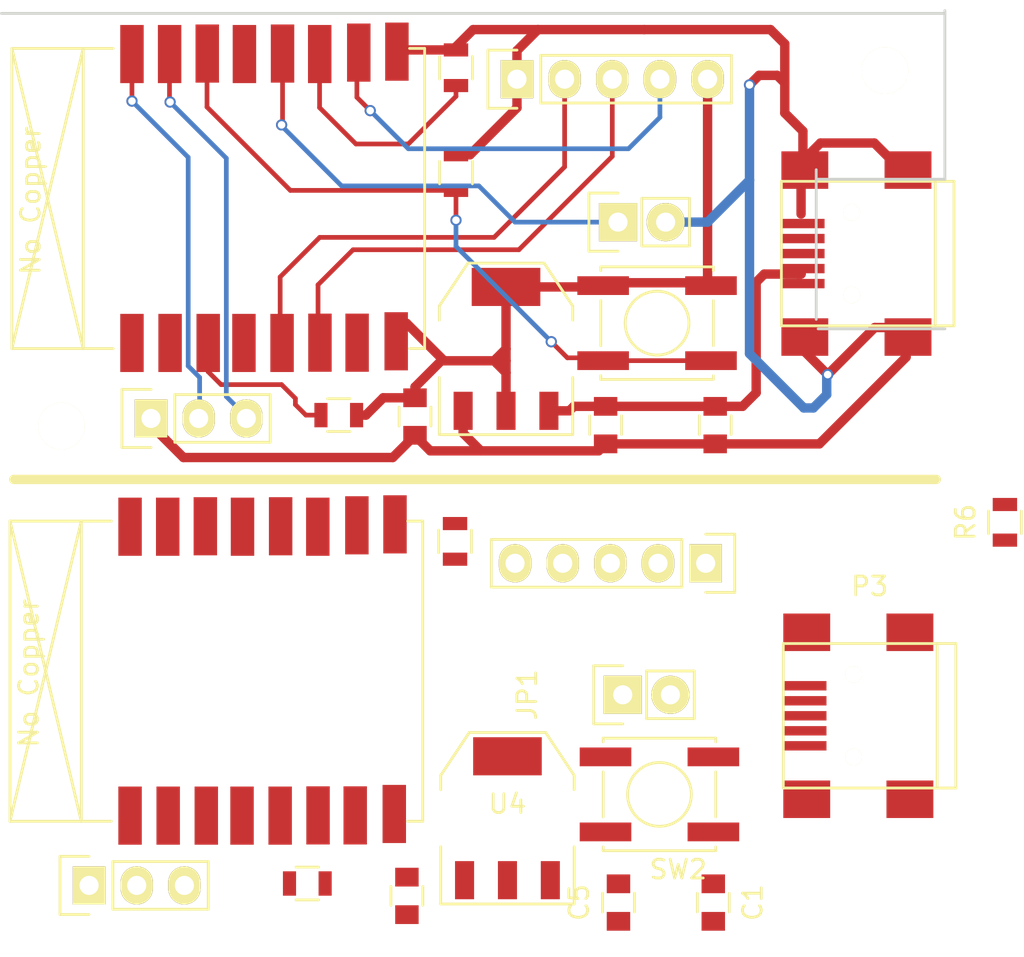
<source format=kicad_pcb>
(kicad_pcb (version 4) (host pcbnew 4.0.4-stable)

  (general
    (links 70)
    (no_connects 37)
    (area 116.053799 82.982999 166.648201 133.171001)
    (thickness 1.6)
    (drawings 6)
    (tracks 151)
    (zones 0)
    (modules 28)
    (nets 41)
  )

  (page A4)
  (layers
    (0 F.Cu signal)
    (31 B.Cu signal)
    (32 B.Adhes user)
    (33 F.Adhes user)
    (34 B.Paste user)
    (35 F.Paste user)
    (36 B.SilkS user)
    (37 F.SilkS user)
    (38 B.Mask user)
    (39 F.Mask user)
    (40 Dwgs.User user)
    (41 Cmts.User user)
    (42 Eco1.User user)
    (43 Eco2.User user)
    (44 Edge.Cuts user)
    (45 Margin user)
    (46 B.CrtYd user)
    (47 F.CrtYd user)
    (48 B.Fab user)
    (49 F.Fab user hide)
  )

  (setup
    (last_trace_width 0.25)
    (trace_clearance 0.2)
    (zone_clearance 0.508)
    (zone_45_only no)
    (trace_min 0.25)
    (segment_width 0.2)
    (edge_width 0.15)
    (via_size 0.6)
    (via_drill 0.4)
    (via_min_size 0.6)
    (via_min_drill 0.3)
    (uvia_size 0.3)
    (uvia_drill 0.1)
    (uvias_allowed no)
    (uvia_min_size 0.2)
    (uvia_min_drill 0.1)
    (pcb_text_width 0.3)
    (pcb_text_size 1.5 1.5)
    (mod_edge_width 0.15)
    (mod_text_size 1 1)
    (mod_text_width 0.15)
    (pad_size 3.5 3.5)
    (pad_drill 2.7)
    (pad_to_mask_clearance 0.2)
    (aux_axis_origin 0 0)
    (grid_origin 116.078 83.2104)
    (visible_elements 7FFFFF7F)
    (pcbplotparams
      (layerselection 0x010f0_80000001)
      (usegerberextensions true)
      (excludeedgelayer true)
      (linewidth 0.100000)
      (plotframeref false)
      (viasonmask false)
      (mode 1)
      (useauxorigin false)
      (hpglpennumber 1)
      (hpglpenspeed 20)
      (hpglpendiameter 15)
      (hpglpenoverlay 2)
      (psnegative false)
      (psa4output false)
      (plotreference true)
      (plotvalue true)
      (plotinvisibletext false)
      (padsonsilk false)
      (subtractmaskfromsilk false)
      (outputformat 1)
      (mirror false)
      (drillshape 0)
      (scaleselection 1)
      (outputdirectory ""))
  )

  (net 0 "")
  (net 1 GND)
  (net 2 +5V)
  (net 3 +3V3)
  (net 4 SS)
  (net 5 MISO)
  (net 6 SCLK)
  (net 7 "Net-(R1-Pad2)")
  (net 8 "Net-(R2-Pad1)")
  (net 9 TX)
  (net 10 RX)
  (net 11 "Net-(R3-Pad2)")
  (net 12 +5VD)
  (net 13 GNDA)
  (net 14 +3.3VDAC)
  (net 15 "Net-(JP1-Pad1)")
  (net 16 "Net-(JP2-Pad1)")
  (net 17 "Net-(P1-Pad2)")
  (net 18 "Net-(P1-Pad3)")
  (net 19 "Net-(P1-Pad4)")
  (net 20 SCLK_2)
  (net 21 MISO_2)
  (net 22 SS_2)
  (net 23 RX_2)
  (net 24 TX_2)
  (net 25 "Net-(R4-Pad2)")
  (net 26 "Net-(R5-Pad1)")
  (net 27 "Net-(R6-Pad2)")
  (net 28 "Net-(U1-Pad13)")
  (net 29 "Net-(U1-Pad7)")
  (net 30 "Net-(U1-Pad4)")
  (net 31 "Net-(U1-Pad2)")
  (net 32 "Net-(U1-Pad1)")
  (net 33 "Net-(U3-Pad13)")
  (net 34 "Net-(U3-Pad7)")
  (net 35 "Net-(U3-Pad4)")
  (net 36 "Net-(U3-Pad2)")
  (net 37 "Net-(U3-Pad1)")
  (net 38 "Net-(P3-Pad2)")
  (net 39 "Net-(P3-Pad3)")
  (net 40 "Net-(P3-Pad4)")

  (net_class Default "This is the default net class."
    (clearance 0.2)
    (trace_width 0.25)
    (via_dia 0.6)
    (via_drill 0.4)
    (uvia_dia 0.3)
    (uvia_drill 0.1)
    (add_net +3.3VDAC)
    (add_net +5VD)
    (add_net GNDA)
    (add_net MISO)
    (add_net MISO_2)
    (add_net "Net-(JP1-Pad1)")
    (add_net "Net-(JP2-Pad1)")
    (add_net "Net-(P1-Pad2)")
    (add_net "Net-(P1-Pad3)")
    (add_net "Net-(P1-Pad4)")
    (add_net "Net-(P3-Pad2)")
    (add_net "Net-(P3-Pad3)")
    (add_net "Net-(P3-Pad4)")
    (add_net "Net-(R1-Pad2)")
    (add_net "Net-(R2-Pad1)")
    (add_net "Net-(R3-Pad2)")
    (add_net "Net-(R4-Pad2)")
    (add_net "Net-(R5-Pad1)")
    (add_net "Net-(R6-Pad2)")
    (add_net "Net-(U1-Pad1)")
    (add_net "Net-(U1-Pad13)")
    (add_net "Net-(U1-Pad2)")
    (add_net "Net-(U1-Pad4)")
    (add_net "Net-(U1-Pad7)")
    (add_net "Net-(U3-Pad1)")
    (add_net "Net-(U3-Pad13)")
    (add_net "Net-(U3-Pad2)")
    (add_net "Net-(U3-Pad4)")
    (add_net "Net-(U3-Pad7)")
    (add_net RX)
    (add_net RX_2)
    (add_net SCLK)
    (add_net SCLK_2)
    (add_net SS)
    (add_net SS_2)
    (add_net TX)
    (add_net TX_2)
  )

  (net_class GndPwr ""
    (clearance 0.2)
    (trace_width 0.5)
    (via_dia 0.6)
    (via_drill 0.4)
    (uvia_dia 0.3)
    (uvia_drill 0.1)
    (add_net +3V3)
    (add_net +5V)
    (add_net GND)
  )

  (module Connect:USB_Mini-B (layer F.Cu) (tedit 5809094D) (tstamp 57F173F4)
    (at 162.306 96.012 180)
    (descr "USB Mini-B 5-pin SMD connector")
    (tags "USB USB_B USB_Mini connector")
    (path /57F144A6)
    (attr smd)
    (fp_text reference "" (at 0.508 -0.1016 180) (layer F.SilkS)
      (effects (font (size 1 1) (thickness 0.15)))
    )
    (fp_text value USB_OTG (at -1.651 -0.127 270) (layer F.Fab) hide
      (effects (font (size 1 1) (thickness 0.15)))
    )
    (fp_line (start -4.85 -5.7) (end 4.85 -5.7) (layer F.CrtYd) (width 0.05))
    (fp_line (start 4.85 -5.7) (end 4.85 5.7) (layer F.CrtYd) (width 0.05))
    (fp_line (start 4.85 5.7) (end -4.85 5.7) (layer F.CrtYd) (width 0.05))
    (fp_line (start -4.85 5.7) (end -4.85 -5.7) (layer F.CrtYd) (width 0.05))
    (fp_line (start -3.59918 -3.85064) (end -3.59918 3.85064) (layer F.SilkS) (width 0.15))
    (fp_line (start -4.59994 -3.85064) (end -4.59994 3.85064) (layer F.SilkS) (width 0.15))
    (fp_line (start -4.59994 3.85064) (end 4.59994 3.85064) (layer F.SilkS) (width 0.15))
    (fp_line (start 4.59994 3.85064) (end 4.59994 -3.85064) (layer F.SilkS) (width 0.15))
    (fp_line (start 4.59994 -3.85064) (end -4.59994 -3.85064) (layer F.SilkS) (width 0.15))
    (pad 1 smd rect (at 3.44932 -1.6002 180) (size 2.30124 0.50038) (layers F.Cu F.Paste F.Mask)
      (net 2 +5V))
    (pad 2 smd rect (at 3.44932 -0.8001 180) (size 2.30124 0.50038) (layers F.Cu F.Paste F.Mask)
      (net 17 "Net-(P1-Pad2)"))
    (pad 3 smd rect (at 3.44932 0 180) (size 2.30124 0.50038) (layers F.Cu F.Paste F.Mask)
      (net 18 "Net-(P1-Pad3)"))
    (pad 4 smd rect (at 3.44932 0.8001 180) (size 2.30124 0.50038) (layers F.Cu F.Paste F.Mask)
      (net 19 "Net-(P1-Pad4)"))
    (pad 5 smd rect (at 3.44932 1.6002 180) (size 2.30124 0.50038) (layers F.Cu F.Paste F.Mask)
      (net 1 GND))
    (pad 6 smd rect (at 3.35026 -4.45008 180) (size 2.49936 1.99898) (layers F.Cu F.Paste F.Mask)
      (net 1 GND))
    (pad 6 smd rect (at -2.14884 -4.45008 180) (size 2.49936 1.99898) (layers F.Cu F.Paste F.Mask)
      (net 1 GND))
    (pad 6 smd rect (at 3.35026 4.45008 180) (size 2.49936 1.99898) (layers F.Cu F.Paste F.Mask)
      (net 1 GND))
    (pad 6 smd rect (at -2.14884 4.45008 180) (size 2.49936 1.99898) (layers F.Cu F.Paste F.Mask)
      (net 1 GND))
    (pad "" np_thru_hole circle (at 0.8509 -2.19964 180) (size 0.89916 0.89916) (drill 0.89916) (layers *.Cu *.Mask F.SilkS))
    (pad "" np_thru_hole circle (at 0.8509 2.19964 180) (size 0.89916 0.89916) (drill 0.89916) (layers *.Cu *.Mask F.SilkS))
  )

  (module Capacitors_SMD:C_0805 (layer F.Cu) (tedit 58090949) (tstamp 57F173C1)
    (at 154.178 105.156 270)
    (descr "Capacitor SMD 0805, reflow soldering, AVX (see smccp.pdf)")
    (tags "capacitor 0805")
    (path /57F15504)
    (attr smd)
    (fp_text reference "" (at 0 -1.778 270) (layer F.SilkS)
      (effects (font (size 1 1) (thickness 0.15)))
    )
    (fp_text value 0,1uF (at 1.27 35.4076 360) (layer F.Fab) hide
      (effects (font (size 0.5 0.5) (thickness 0.125)))
    )
    (fp_line (start -1 0.625) (end -1 -0.625) (layer F.Fab) (width 0.15))
    (fp_line (start 1 0.625) (end -1 0.625) (layer F.Fab) (width 0.15))
    (fp_line (start 1 -0.625) (end 1 0.625) (layer F.Fab) (width 0.15))
    (fp_line (start -1 -0.625) (end 1 -0.625) (layer F.Fab) (width 0.15))
    (fp_line (start -1.8 -1) (end 1.8 -1) (layer F.CrtYd) (width 0.05))
    (fp_line (start -1.8 1) (end 1.8 1) (layer F.CrtYd) (width 0.05))
    (fp_line (start -1.8 -1) (end -1.8 1) (layer F.CrtYd) (width 0.05))
    (fp_line (start 1.8 -1) (end 1.8 1) (layer F.CrtYd) (width 0.05))
    (fp_line (start 0.5 -0.85) (end -0.5 -0.85) (layer F.SilkS) (width 0.15))
    (fp_line (start -0.5 0.85) (end 0.5 0.85) (layer F.SilkS) (width 0.15))
    (pad 1 smd rect (at -1 0 270) (size 1 1.25) (layers F.Cu F.Paste F.Mask)
      (net 2 +5V))
    (pad 2 smd rect (at 1 0 270) (size 1 1.25) (layers F.Cu F.Paste F.Mask)
      (net 1 GND))
    (model Capacitors_SMD.3dshapes/C_0805.wrl
      (at (xyz 0 0 0))
      (scale (xyz 1 1 1))
      (rotate (xyz 0 0 0))
    )
  )

  (module Capacitors_SMD:C_0805 (layer F.Cu) (tedit 58090947) (tstamp 57F173C7)
    (at 148.336 105.156 90)
    (descr "Capacitor SMD 0805, reflow soldering, AVX (see smccp.pdf)")
    (tags "capacitor 0805")
    (path /57F1835E)
    (attr smd)
    (fp_text reference "" (at -0.0508 1.778 90) (layer F.SilkS)
      (effects (font (size 1 1) (thickness 0.15)))
    )
    (fp_text value 10uF (at -1.5748 -29.3624 180) (layer F.Fab) hide
      (effects (font (size 0.5 0.5) (thickness 0.125)))
    )
    (fp_line (start -1 0.625) (end -1 -0.625) (layer F.Fab) (width 0.15))
    (fp_line (start 1 0.625) (end -1 0.625) (layer F.Fab) (width 0.15))
    (fp_line (start 1 -0.625) (end 1 0.625) (layer F.Fab) (width 0.15))
    (fp_line (start -1 -0.625) (end 1 -0.625) (layer F.Fab) (width 0.15))
    (fp_line (start -1.8 -1) (end 1.8 -1) (layer F.CrtYd) (width 0.05))
    (fp_line (start -1.8 1) (end 1.8 1) (layer F.CrtYd) (width 0.05))
    (fp_line (start -1.8 -1) (end -1.8 1) (layer F.CrtYd) (width 0.05))
    (fp_line (start 1.8 -1) (end 1.8 1) (layer F.CrtYd) (width 0.05))
    (fp_line (start 0.5 -0.85) (end -0.5 -0.85) (layer F.SilkS) (width 0.15))
    (fp_line (start -0.5 0.85) (end 0.5 0.85) (layer F.SilkS) (width 0.15))
    (pad 1 smd rect (at -1 0 90) (size 1 1.25) (layers F.Cu F.Paste F.Mask)
      (net 1 GND))
    (pad 2 smd rect (at 1 0 90) (size 1 1.25) (layers F.Cu F.Paste F.Mask)
      (net 2 +5V))
    (model Capacitors_SMD.3dshapes/C_0805.wrl
      (at (xyz 0 0 0))
      (scale (xyz 1 1 1))
      (rotate (xyz 0 0 0))
    )
  )

  (module Capacitors_SMD:C_0805 (layer F.Cu) (tedit 58090950) (tstamp 57F173CD)
    (at 138.176 104.6988 90)
    (descr "Capacitor SMD 0805, reflow soldering, AVX (see smccp.pdf)")
    (tags "capacitor 0805")
    (path /57F182A6)
    (attr smd)
    (fp_text reference "" (at -1.8288 1.9304 180) (layer F.SilkS)
      (effects (font (size 1 1) (thickness 0.15)))
    )
    (fp_text value 10uF (at -1.8796 -19.4564 180) (layer F.Fab) hide
      (effects (font (size 1 1) (thickness 0.15)))
    )
    (fp_line (start -1 0.625) (end -1 -0.625) (layer F.Fab) (width 0.15))
    (fp_line (start 1 0.625) (end -1 0.625) (layer F.Fab) (width 0.15))
    (fp_line (start 1 -0.625) (end 1 0.625) (layer F.Fab) (width 0.15))
    (fp_line (start -1 -0.625) (end 1 -0.625) (layer F.Fab) (width 0.15))
    (fp_line (start -1.8 -1) (end 1.8 -1) (layer F.CrtYd) (width 0.05))
    (fp_line (start -1.8 1) (end 1.8 1) (layer F.CrtYd) (width 0.05))
    (fp_line (start -1.8 -1) (end -1.8 1) (layer F.CrtYd) (width 0.05))
    (fp_line (start 1.8 -1) (end 1.8 1) (layer F.CrtYd) (width 0.05))
    (fp_line (start 0.5 -0.85) (end -0.5 -0.85) (layer F.SilkS) (width 0.15))
    (fp_line (start -0.5 0.85) (end 0.5 0.85) (layer F.SilkS) (width 0.15))
    (pad 1 smd rect (at -1 0 90) (size 1 1.25) (layers F.Cu F.Paste F.Mask)
      (net 1 GND))
    (pad 2 smd rect (at 1 0 90) (size 1 1.25) (layers F.Cu F.Paste F.Mask)
      (net 3 +3V3))
    (model Capacitors_SMD.3dshapes/C_0805.wrl
      (at (xyz 0 0 0))
      (scale (xyz 1 1 1))
      (rotate (xyz 0 0 0))
    )
  )

  (module Resistors_SMD:R_0805 (layer F.Cu) (tedit 58090952) (tstamp 57F17405)
    (at 134.112 104.6226 180)
    (descr "Resistor SMD 0805, reflow soldering, Vishay (see dcrcw.pdf)")
    (tags "resistor 0805")
    (path /57F1614C)
    (attr smd)
    (fp_text reference "" (at 0 -1.778 180) (layer F.SilkS)
      (effects (font (size 1 1) (thickness 0.15)))
    )
    (fp_text value 10k (at 16.6624 -3.6576 180) (layer F.Fab) hide
      (effects (font (size 1 1) (thickness 0.15)))
    )
    (fp_line (start -1.6 -1) (end 1.6 -1) (layer F.CrtYd) (width 0.05))
    (fp_line (start -1.6 1) (end 1.6 1) (layer F.CrtYd) (width 0.05))
    (fp_line (start -1.6 -1) (end -1.6 1) (layer F.CrtYd) (width 0.05))
    (fp_line (start 1.6 -1) (end 1.6 1) (layer F.CrtYd) (width 0.05))
    (fp_line (start 0.6 0.875) (end -0.6 0.875) (layer F.SilkS) (width 0.15))
    (fp_line (start -0.6 -0.875) (end 0.6 -0.875) (layer F.SilkS) (width 0.15))
    (pad 1 smd rect (at -0.95 0 180) (size 0.7 1.3) (layers F.Cu F.Paste F.Mask)
      (net 3 +3V3))
    (pad 2 smd rect (at 0.95 0 180) (size 0.7 1.3) (layers F.Cu F.Paste F.Mask)
      (net 7 "Net-(R1-Pad2)"))
    (model Resistors_SMD.3dshapes/R_0805.wrl
      (at (xyz 0 0 0))
      (scale (xyz 1 1 1))
      (rotate (xyz 0 0 0))
    )
  )

  (module Resistors_SMD:R_0805 (layer F.Cu) (tedit 5809095F) (tstamp 57F1740B)
    (at 140.3604 86.106 90)
    (descr "Resistor SMD 0805, reflow soldering, Vishay (see dcrcw.pdf)")
    (tags "resistor 0805")
    (path /57F169BA)
    (attr smd)
    (fp_text reference "" (at 2.2352 0 180) (layer F.SilkS)
      (effects (font (size 1 1) (thickness 0.15)))
    )
    (fp_text value 10k (at 0 0.0508 180) (layer F.Fab) hide
      (effects (font (size 0.5 0.5) (thickness 0.125)))
    )
    (fp_line (start -1.6 -1) (end 1.6 -1) (layer F.CrtYd) (width 0.05))
    (fp_line (start -1.6 1) (end 1.6 1) (layer F.CrtYd) (width 0.05))
    (fp_line (start -1.6 -1) (end -1.6 1) (layer F.CrtYd) (width 0.05))
    (fp_line (start 1.6 -1) (end 1.6 1) (layer F.CrtYd) (width 0.05))
    (fp_line (start 0.6 0.875) (end -0.6 0.875) (layer F.SilkS) (width 0.15))
    (fp_line (start -0.6 -0.875) (end 0.6 -0.875) (layer F.SilkS) (width 0.15))
    (pad 1 smd rect (at -0.95 0 90) (size 0.7 1.3) (layers F.Cu F.Paste F.Mask)
      (net 8 "Net-(R2-Pad1)"))
    (pad 2 smd rect (at 0.95 0 90) (size 0.7 1.3) (layers F.Cu F.Paste F.Mask)
      (net 1 GND))
    (model Resistors_SMD.3dshapes/R_0805.wrl
      (at (xyz 0 0 0))
      (scale (xyz 1 1 1))
      (rotate (xyz 0 0 0))
    )
  )

  (module Resistors_SMD:R_0805 (layer F.Cu) (tedit 58090965) (tstamp 57F17411)
    (at 140.3604 91.694 270)
    (descr "Resistor SMD 0805, reflow soldering, Vishay (see dcrcw.pdf)")
    (tags "resistor 0805")
    (path /57F16E36)
    (attr smd)
    (fp_text reference "" (at -2.286 0 360) (layer F.SilkS)
      (effects (font (size 1 1) (thickness 0.15)))
    )
    (fp_text value 10k (at 0.0508 0 360) (layer F.Fab) hide
      (effects (font (size 0.5 0.5) (thickness 0.125)))
    )
    (fp_line (start -1.6 -1) (end 1.6 -1) (layer F.CrtYd) (width 0.05))
    (fp_line (start -1.6 1) (end 1.6 1) (layer F.CrtYd) (width 0.05))
    (fp_line (start -1.6 -1) (end -1.6 1) (layer F.CrtYd) (width 0.05))
    (fp_line (start 1.6 -1) (end 1.6 1) (layer F.CrtYd) (width 0.05))
    (fp_line (start 0.6 0.875) (end -0.6 0.875) (layer F.SilkS) (width 0.15))
    (fp_line (start -0.6 -0.875) (end 0.6 -0.875) (layer F.SilkS) (width 0.15))
    (pad 1 smd rect (at -0.95 0 270) (size 0.7 1.3) (layers F.Cu F.Paste F.Mask)
      (net 1 GND))
    (pad 2 smd rect (at 0.95 0 270) (size 0.7 1.3) (layers F.Cu F.Paste F.Mask)
      (net 11 "Net-(R3-Pad2)"))
    (model Resistors_SMD.3dshapes/R_0805.wrl
      (at (xyz 0 0 0))
      (scale (xyz 1 1 1))
      (rotate (xyz 0 0 0))
    )
  )

  (module Buttons_Switches_SMD:SW_SPST_EVPBF (layer F.Cu) (tedit 5809096D) (tstamp 57F17425)
    (at 151.0792 99.7204 180)
    (descr "Light Touch Switch")
    (path /57F1482F)
    (attr smd)
    (fp_text reference "" (at 0 -0.127 180) (layer F.SilkS)
      (effects (font (size 1 1) (thickness 0.15)))
    )
    (fp_text value SW_PUSH (at 0 4.25 180) (layer F.Fab) hide
      (effects (font (size 1 1) (thickness 0.15)))
    )
    (fp_line (start -4.5 -3.25) (end 4.5 -3.25) (layer F.CrtYd) (width 0.05))
    (fp_line (start 4.5 -3.25) (end 4.5 3.25) (layer F.CrtYd) (width 0.05))
    (fp_line (start 4.5 3.25) (end -4.5 3.25) (layer F.CrtYd) (width 0.05))
    (fp_line (start -4.5 3.25) (end -4.5 -3.25) (layer F.CrtYd) (width 0.05))
    (fp_line (start 3 -3) (end 3 -2.8) (layer F.SilkS) (width 0.15))
    (fp_line (start 3 3) (end 3 2.8) (layer F.SilkS) (width 0.15))
    (fp_line (start -3 3) (end -3 2.8) (layer F.SilkS) (width 0.15))
    (fp_line (start -3 -3) (end -3 -2.8) (layer F.SilkS) (width 0.15))
    (fp_line (start -3 -1.2) (end -3 1.2) (layer F.SilkS) (width 0.15))
    (fp_line (start 3 -1.2) (end 3 1.2) (layer F.SilkS) (width 0.15))
    (fp_line (start 3 -3) (end -3 -3) (layer F.SilkS) (width 0.15))
    (fp_line (start -3 3) (end 3 3) (layer F.SilkS) (width 0.15))
    (fp_circle (center 0 0) (end 1.7 0) (layer F.SilkS) (width 0.15))
    (pad 1 smd rect (at 2.875 -2 180) (size 2.75 1) (layers F.Cu F.Paste F.Mask)
      (net 11 "Net-(R3-Pad2)"))
    (pad 1 smd rect (at -2.875 -2 180) (size 2.75 1) (layers F.Cu F.Paste F.Mask)
      (net 11 "Net-(R3-Pad2)"))
    (pad 2 smd rect (at -2.875 2 180) (size 2.75 1) (layers F.Cu F.Paste F.Mask)
      (net 3 +3V3))
    (pad 2 smd rect (at 2.875 2 180) (size 2.75 1) (layers F.Cu F.Paste F.Mask)
      (net 3 +3V3))
  )

  (module TO_SOT_Packages_SMD:SOT-223 (layer F.Cu) (tedit 58090944) (tstamp 57F17441)
    (at 143.0274 101.092)
    (descr "module CMS SOT223 4 pins")
    (tags "CMS SOT")
    (path /57F18719)
    (attr smd)
    (fp_text reference "" (at 0 -0.762) (layer F.SilkS)
      (effects (font (size 1 1) (thickness 0.15)))
    )
    (fp_text value LM1117-3.3 (at 0.381 -5.588) (layer F.Fab)
      (effects (font (size 1 1) (thickness 0.15)))
    )
    (fp_line (start -3.556 1.524) (end -3.556 4.572) (layer F.SilkS) (width 0.15))
    (fp_line (start -3.556 4.572) (end 3.556 4.572) (layer F.SilkS) (width 0.15))
    (fp_line (start 3.556 4.572) (end 3.556 1.524) (layer F.SilkS) (width 0.15))
    (fp_line (start -3.556 -1.524) (end -3.556 -2.286) (layer F.SilkS) (width 0.15))
    (fp_line (start -3.556 -2.286) (end -2.032 -4.572) (layer F.SilkS) (width 0.15))
    (fp_line (start -2.032 -4.572) (end 2.032 -4.572) (layer F.SilkS) (width 0.15))
    (fp_line (start 2.032 -4.572) (end 3.556 -2.286) (layer F.SilkS) (width 0.15))
    (fp_line (start 3.556 -2.286) (end 3.556 -1.524) (layer F.SilkS) (width 0.15))
    (pad 4 smd rect (at 0 -3.302) (size 3.6576 2.032) (layers F.Cu F.Paste F.Mask)
      (net 3 +3V3))
    (pad 2 smd rect (at 0 3.302) (size 1.016 2.032) (layers F.Cu F.Paste F.Mask)
      (net 3 +3V3))
    (pad 3 smd rect (at 2.286 3.302) (size 1.016 2.032) (layers F.Cu F.Paste F.Mask)
      (net 2 +5V))
    (pad 1 smd rect (at -2.286 3.302) (size 1.016 2.032) (layers F.Cu F.Paste F.Mask)
      (net 1 GND))
    (model TO_SOT_Packages_SMD.3dshapes/SOT-223.wrl
      (at (xyz 0 0 0))
      (scale (xyz 0.4 0.4 0.4))
      (rotate (xyz 0 0 0))
    )
  )

  (module Mounting_Holes:MountingHole_2.5mm (layer F.Cu) (tedit 58028A07) (tstamp 5802888F)
    (at 163.2204 86.2584)
    (descr "Mounting Hole 2.5mm, no annular")
    (tags "mounting hole 2.5mm no annular")
    (fp_text reference "" (at 0 -3.5) (layer F.SilkS)
      (effects (font (size 1 1) (thickness 0.15)))
    )
    (fp_text value "" (at 0 3.5) (layer F.Fab)
      (effects (font (size 1 1) (thickness 0.15)))
    )
    (fp_circle (center 0 0) (end 2.5 0) (layer Cmts.User) (width 0.15))
    (fp_circle (center 0 0) (end 2.75 0) (layer F.CrtYd) (width 0.05))
    (pad 1 np_thru_hole circle (at 0 0) (size 2.5 2.5) (drill 2.5) (layers *.Cu *.Mask F.SilkS))
  )

  (module dev_02_kicad:ESP-07v2 (layer F.Cu) (tedit 580909B5) (tstamp 580298EF)
    (at 123.0884 100.076 90)
    (descr "Module, ESP-8266, ESP-07v2, 16 pad, SMD")
    (tags "Module ESP-8266 ESP8266")
    (path /57F14223)
    (fp_text reference "" (at 6.8072 3.6576 90) (layer F.SilkS)
      (effects (font (size 1 1) (thickness 0.15)))
    )
    (fp_text value "" (at 7.25 2.25 90) (layer F.Fab)
      (effects (font (size 1 1) (thickness 0.15)))
    )
    (fp_line (start -2.25 -0.5) (end -2.25 -6.65) (layer F.CrtYd) (width 0.05))
    (fp_line (start -2.25 -6.65) (end 16.25 -6.65) (layer F.CrtYd) (width 0.05))
    (fp_line (start 16.25 -6.65) (end 16.25 16) (layer F.CrtYd) (width 0.05))
    (fp_line (start 16.25 16) (end -2.25 16) (layer F.CrtYd) (width 0.05))
    (fp_line (start -2.25 16) (end -2.25 -0.5) (layer F.CrtYd) (width 0.05))
    (fp_line (start -1 -6.4) (end 15 -6.4) (layer F.SilkS) (width 0.1524))
    (fp_line (start 15 -6.4) (end 15 -1) (layer F.SilkS) (width 0.1524))
    (fp_line (start -1 -6.4) (end -1 -1) (layer F.SilkS) (width 0.1524))
    (fp_line (start -1 14.8) (end -1 15.6) (layer F.SilkS) (width 0.1524))
    (fp_line (start -1 15.6) (end 15 15.6) (layer F.SilkS) (width 0.1524))
    (fp_line (start 15 15.6) (end 15 14.8) (layer F.SilkS) (width 0.1524))
    (fp_line (start 15 -6.4) (end -1 -2.6) (layer F.SilkS) (width 0.1524))
    (fp_line (start -1 -6.4) (end 15 -2.6) (layer F.SilkS) (width 0.1524))
    (fp_text user "No Copper" (at 6.892 -5.4 90) (layer F.SilkS)
      (effects (font (size 1 1) (thickness 0.15)))
    )
    (fp_line (start -1.008 -2.6) (end 14.992 -2.6) (layer F.SilkS) (width 0.1524))
    (fp_line (start 15 -6.4) (end 15 15.6) (layer F.Fab) (width 0.05))
    (fp_line (start 15 15.6) (end -1 15.6) (layer F.Fab) (width 0.05))
    (fp_line (start -1.008 15.6) (end -1.008 -6.4) (layer F.Fab) (width 0.05))
    (fp_line (start -1 -6.4) (end 15 -6.4) (layer F.Fab) (width 0.05))
    (pad 9 smd rect (at 14.127 14.1224 90) (size 3.1 1.25) (drill (offset 0.7 0)) (layers F.Cu F.Paste F.Mask)
      (net 1 GND))
    (pad 10 smd rect (at 14.0762 12.0904 90) (size 3.1 1.25) (drill (offset 0.7 0)) (layers F.Cu F.Paste F.Mask)
      (net 4 SS))
    (pad 11 smd rect (at 14 10.0076 90) (size 3.1 1.25) (drill (offset 0.7 0)) (layers F.Cu F.Paste F.Mask)
      (net 8 "Net-(R2-Pad1)"))
    (pad 12 smd rect (at 14.0254 8.0264 90) (size 3.1 1.25) (drill (offset 0.7 0)) (layers F.Cu F.Paste F.Mask)
      (net 16 "Net-(JP2-Pad1)"))
    (pad 13 smd rect (at 14 5.9944 90) (size 3.1 1.25) (drill (offset 0.7 0)) (layers F.Cu F.Paste F.Mask)
      (net 28 "Net-(U1-Pad13)"))
    (pad 14 smd rect (at 14.0254 4.0132 90) (size 3.1 1.25) (drill (offset 0.7 0)) (layers F.Cu F.Paste F.Mask)
      (net 11 "Net-(R3-Pad2)"))
    (pad 15 smd rect (at 14 2.0066 90) (size 3.1 1.25) (drill (offset 0.7 0)) (layers F.Cu F.Paste F.Mask)
      (net 9 TX))
    (pad 8 smd rect (at 0.0889 14.0843 90) (size 3.1 1.25) (drill (offset -0.7 0)) (layers F.Cu F.Paste F.Mask)
      (net 3 +3V3))
    (pad 7 smd rect (at 0.0127 12.0015 90) (size 3.1 1.25) (drill (offset -0.7 0)) (layers F.Cu F.Paste F.Mask)
      (net 29 "Net-(U1-Pad7)"))
    (pad 6 smd rect (at 0.0127 10.0203 90) (size 3.1 1.25) (drill (offset -0.7 0)) (layers F.Cu F.Paste F.Mask)
      (net 5 MISO))
    (pad 5 smd rect (at 0 8.001 90) (size 3.1 1.25) (drill (offset -0.7 0)) (layers F.Cu F.Paste F.Mask)
      (net 6 SCLK))
    (pad 4 smd rect (at 0 5.969 90) (size 3.1 1.25) (drill (offset -0.7 0)) (layers F.Cu F.Paste F.Mask)
      (net 30 "Net-(U1-Pad4)"))
    (pad 3 smd rect (at 0 4.064 90) (size 3.1 1.25) (drill (offset -0.7 0)) (layers F.Cu F.Paste F.Mask)
      (net 7 "Net-(R1-Pad2)"))
    (pad 2 smd rect (at 0 2.032 90) (size 3.1 1.25) (drill (offset -0.7 0)) (layers F.Cu F.Paste F.Mask)
      (net 31 "Net-(U1-Pad2)"))
    (pad 1 smd rect (at 0 0 90) (size 3.1 1.25) (drill (offset -0.7 0)) (layers F.Cu F.Paste F.Mask)
      (net 32 "Net-(U1-Pad1)"))
    (pad 16 smd rect (at 14 0 90) (size 3.1 1.25) (drill (offset 0.7 0)) (layers F.Cu F.Paste F.Mask)
      (net 10 RX))
    (model ${ESPLIB}/ESP8266.3dshapes/ESP-07v2.wrl
      (at (xyz 0 0 0))
      (scale (xyz 0.3937 0.3937 0.3937))
      (rotate (xyz 0 0 0))
    )
  )

  (module Mounting_Holes:MountingHole_2.5mm (layer F.Cu) (tedit 580297F2) (tstamp 58029919)
    (at 119.3292 105.2068)
    (descr "Mounting Hole 2.5mm, no annular")
    (tags "mounting hole 2.5mm no annular")
    (fp_text reference "" (at 0 -3.5) (layer F.SilkS)
      (effects (font (size 1 1) (thickness 0.15)))
    )
    (fp_text value "" (at 0 3.5) (layer F.Fab)
      (effects (font (size 1 1) (thickness 0.15)))
    )
    (fp_circle (center 0 0) (end 2.5 0) (layer Cmts.User) (width 0.15))
    (fp_circle (center 0 0) (end 2.75 0) (layer F.CrtYd) (width 0.05))
    (pad 1 np_thru_hole circle (at 0 0) (size 2.5 2.5) (drill 2.5) (layers *.Cu *.Mask F.SilkS))
  )

  (module Pin_Headers:Pin_Header_Straight_1x05 (layer F.Cu) (tedit 58090963) (tstamp 58052A64)
    (at 143.6116 86.7156 90)
    (descr "Through hole pin header")
    (tags "pin header")
    (path /57F1A954)
    (fp_text reference "" (at 0 -5.1 90) (layer F.SilkS)
      (effects (font (size 1 1) (thickness 0.15)))
    )
    (fp_text value "" (at 4.9784 5.3848 180) (layer F.Fab)
      (effects (font (size 1 1) (thickness 0.15)))
    )
    (fp_line (start -1.55 0) (end -1.55 -1.55) (layer F.SilkS) (width 0.15))
    (fp_line (start -1.55 -1.55) (end 1.55 -1.55) (layer F.SilkS) (width 0.15))
    (fp_line (start 1.55 -1.55) (end 1.55 0) (layer F.SilkS) (width 0.15))
    (fp_line (start -1.75 -1.75) (end -1.75 11.95) (layer F.CrtYd) (width 0.05))
    (fp_line (start 1.75 -1.75) (end 1.75 11.95) (layer F.CrtYd) (width 0.05))
    (fp_line (start -1.75 -1.75) (end 1.75 -1.75) (layer F.CrtYd) (width 0.05))
    (fp_line (start -1.75 11.95) (end 1.75 11.95) (layer F.CrtYd) (width 0.05))
    (fp_line (start 1.27 1.27) (end 1.27 11.43) (layer F.SilkS) (width 0.15))
    (fp_line (start 1.27 11.43) (end -1.27 11.43) (layer F.SilkS) (width 0.15))
    (fp_line (start -1.27 11.43) (end -1.27 1.27) (layer F.SilkS) (width 0.15))
    (fp_line (start 1.27 1.27) (end -1.27 1.27) (layer F.SilkS) (width 0.15))
    (pad 1 thru_hole rect (at 0 0 90) (size 2.032 1.7272) (drill 1.016) (layers *.Cu *.Mask F.SilkS)
      (net 1 GND))
    (pad 2 thru_hole oval (at 0 2.54 90) (size 2.032 1.7272) (drill 1.016) (layers *.Cu *.Mask F.SilkS)
      (net 6 SCLK))
    (pad 3 thru_hole oval (at 0 5.08 90) (size 2.032 1.7272) (drill 1.016) (layers *.Cu *.Mask F.SilkS)
      (net 5 MISO))
    (pad 4 thru_hole oval (at 0 7.62 90) (size 2.032 1.7272) (drill 1.016) (layers *.Cu *.Mask F.SilkS)
      (net 4 SS))
    (pad 5 thru_hole oval (at 0 10.16 90) (size 2.032 1.7272) (drill 1.016) (layers *.Cu *.Mask F.SilkS)
      (net 3 +3V3))
    (model Pin_Headers.3dshapes/Pin_Header_Straight_1x05.wrl
      (at (xyz 0 -0.2 0))
      (scale (xyz 1 1 1))
      (rotate (xyz 0 0 90))
    )
  )

  (module Capacitors_SMD:C_0805 (layer F.Cu) (tedit 5415D6EA) (tstamp 5808FFBA)
    (at 154.0764 130.6068 270)
    (descr "Capacitor SMD 0805, reflow soldering, AVX (see smccp.pdf)")
    (tags "capacitor 0805")
    (path /5809167A)
    (attr smd)
    (fp_text reference C1 (at 0 -2.1 270) (layer F.SilkS)
      (effects (font (size 1 1) (thickness 0.15)))
    )
    (fp_text value 0,1uF (at 0 2.1 270) (layer F.Fab)
      (effects (font (size 1 1) (thickness 0.15)))
    )
    (fp_line (start -1 0.625) (end -1 -0.625) (layer F.Fab) (width 0.15))
    (fp_line (start 1 0.625) (end -1 0.625) (layer F.Fab) (width 0.15))
    (fp_line (start 1 -0.625) (end 1 0.625) (layer F.Fab) (width 0.15))
    (fp_line (start -1 -0.625) (end 1 -0.625) (layer F.Fab) (width 0.15))
    (fp_line (start -1.8 -1) (end 1.8 -1) (layer F.CrtYd) (width 0.05))
    (fp_line (start -1.8 1) (end 1.8 1) (layer F.CrtYd) (width 0.05))
    (fp_line (start -1.8 -1) (end -1.8 1) (layer F.CrtYd) (width 0.05))
    (fp_line (start 1.8 -1) (end 1.8 1) (layer F.CrtYd) (width 0.05))
    (fp_line (start 0.5 -0.85) (end -0.5 -0.85) (layer F.SilkS) (width 0.15))
    (fp_line (start -0.5 0.85) (end 0.5 0.85) (layer F.SilkS) (width 0.15))
    (pad 1 smd rect (at -1 0 270) (size 1 1.25) (layers F.Cu F.Paste F.Mask)
      (net 12 +5VD))
    (pad 2 smd rect (at 1 0 270) (size 1 1.25) (layers F.Cu F.Paste F.Mask)
      (net 13 GNDA))
    (model Capacitors_SMD.3dshapes/C_0805.wrl
      (at (xyz 0 0 0))
      (scale (xyz 1 1 1))
      (rotate (xyz 0 0 0))
    )
  )

  (module Capacitors_SMD:C_0805 (layer F.Cu) (tedit 5415D6EA) (tstamp 5808FFC0)
    (at 149.0218 130.6068 90)
    (descr "Capacitor SMD 0805, reflow soldering, AVX (see smccp.pdf)")
    (tags "capacitor 0805")
    (path /580923C1)
    (attr smd)
    (fp_text reference C5 (at 0 -2.1 90) (layer F.SilkS)
      (effects (font (size 1 1) (thickness 0.15)))
    )
    (fp_text value 10uF (at 0 2.1 90) (layer F.Fab)
      (effects (font (size 1 1) (thickness 0.15)))
    )
    (fp_line (start -1 0.625) (end -1 -0.625) (layer F.Fab) (width 0.15))
    (fp_line (start 1 0.625) (end -1 0.625) (layer F.Fab) (width 0.15))
    (fp_line (start 1 -0.625) (end 1 0.625) (layer F.Fab) (width 0.15))
    (fp_line (start -1 -0.625) (end 1 -0.625) (layer F.Fab) (width 0.15))
    (fp_line (start -1.8 -1) (end 1.8 -1) (layer F.CrtYd) (width 0.05))
    (fp_line (start -1.8 1) (end 1.8 1) (layer F.CrtYd) (width 0.05))
    (fp_line (start -1.8 -1) (end -1.8 1) (layer F.CrtYd) (width 0.05))
    (fp_line (start 1.8 -1) (end 1.8 1) (layer F.CrtYd) (width 0.05))
    (fp_line (start 0.5 -0.85) (end -0.5 -0.85) (layer F.SilkS) (width 0.15))
    (fp_line (start -0.5 0.85) (end 0.5 0.85) (layer F.SilkS) (width 0.15))
    (pad 1 smd rect (at -1 0 90) (size 1 1.25) (layers F.Cu F.Paste F.Mask)
      (net 13 GNDA))
    (pad 2 smd rect (at 1 0 90) (size 1 1.25) (layers F.Cu F.Paste F.Mask)
      (net 12 +5VD))
    (model Capacitors_SMD.3dshapes/C_0805.wrl
      (at (xyz 0 0 0))
      (scale (xyz 1 1 1))
      (rotate (xyz 0 0 0))
    )
  )

  (module Capacitors_SMD:C_0805 (layer F.Cu) (tedit 58090AD6) (tstamp 5808FFC6)
    (at 137.7442 130.2512 90)
    (descr "Capacitor SMD 0805, reflow soldering, AVX (see smccp.pdf)")
    (tags "capacitor 0805")
    (path /580924B7)
    (attr smd)
    (fp_text reference "" (at -3.0226 -5.4356 90) (layer F.SilkS)
      (effects (font (size 1 1) (thickness 0.15)))
    )
    (fp_text value 10uF (at 0 2.1 90) (layer F.Fab)
      (effects (font (size 1 1) (thickness 0.15)))
    )
    (fp_line (start -1 0.625) (end -1 -0.625) (layer F.Fab) (width 0.15))
    (fp_line (start 1 0.625) (end -1 0.625) (layer F.Fab) (width 0.15))
    (fp_line (start 1 -0.625) (end 1 0.625) (layer F.Fab) (width 0.15))
    (fp_line (start -1 -0.625) (end 1 -0.625) (layer F.Fab) (width 0.15))
    (fp_line (start -1.8 -1) (end 1.8 -1) (layer F.CrtYd) (width 0.05))
    (fp_line (start -1.8 1) (end 1.8 1) (layer F.CrtYd) (width 0.05))
    (fp_line (start -1.8 -1) (end -1.8 1) (layer F.CrtYd) (width 0.05))
    (fp_line (start 1.8 -1) (end 1.8 1) (layer F.CrtYd) (width 0.05))
    (fp_line (start 0.5 -0.85) (end -0.5 -0.85) (layer F.SilkS) (width 0.15))
    (fp_line (start -0.5 0.85) (end 0.5 0.85) (layer F.SilkS) (width 0.15))
    (pad 1 smd rect (at -1 0 90) (size 1 1.25) (layers F.Cu F.Paste F.Mask)
      (net 13 GNDA))
    (pad 2 smd rect (at 1 0 90) (size 1 1.25) (layers F.Cu F.Paste F.Mask)
      (net 14 +3.3VDAC))
    (model Capacitors_SMD.3dshapes/C_0805.wrl
      (at (xyz 0 0 0))
      (scale (xyz 1 1 1))
      (rotate (xyz 0 0 0))
    )
  )

  (module Pin_Headers:Pin_Header_Straight_1x02 (layer F.Cu) (tedit 54EA090C) (tstamp 5808FFCC)
    (at 149.2504 119.5324 90)
    (descr "Through hole pin header")
    (tags "pin header")
    (path /580981FE)
    (fp_text reference JP1 (at 0 -5.1 90) (layer F.SilkS)
      (effects (font (size 1 1) (thickness 0.15)))
    )
    (fp_text value JUMPER (at 0 -3.1 90) (layer F.Fab)
      (effects (font (size 1 1) (thickness 0.15)))
    )
    (fp_line (start 1.27 1.27) (end 1.27 3.81) (layer F.SilkS) (width 0.15))
    (fp_line (start 1.55 -1.55) (end 1.55 0) (layer F.SilkS) (width 0.15))
    (fp_line (start -1.75 -1.75) (end -1.75 4.3) (layer F.CrtYd) (width 0.05))
    (fp_line (start 1.75 -1.75) (end 1.75 4.3) (layer F.CrtYd) (width 0.05))
    (fp_line (start -1.75 -1.75) (end 1.75 -1.75) (layer F.CrtYd) (width 0.05))
    (fp_line (start -1.75 4.3) (end 1.75 4.3) (layer F.CrtYd) (width 0.05))
    (fp_line (start 1.27 1.27) (end -1.27 1.27) (layer F.SilkS) (width 0.15))
    (fp_line (start -1.55 0) (end -1.55 -1.55) (layer F.SilkS) (width 0.15))
    (fp_line (start -1.55 -1.55) (end 1.55 -1.55) (layer F.SilkS) (width 0.15))
    (fp_line (start -1.27 1.27) (end -1.27 3.81) (layer F.SilkS) (width 0.15))
    (fp_line (start -1.27 3.81) (end 1.27 3.81) (layer F.SilkS) (width 0.15))
    (pad 1 thru_hole rect (at 0 0 90) (size 2.032 2.032) (drill 1.016) (layers *.Cu *.Mask F.SilkS)
      (net 15 "Net-(JP1-Pad1)"))
    (pad 2 thru_hole oval (at 0 2.54 90) (size 2.032 2.032) (drill 1.016) (layers *.Cu *.Mask F.SilkS)
      (net 13 GNDA))
    (model Pin_Headers.3dshapes/Pin_Header_Straight_1x02.wrl
      (at (xyz 0 -0.05 0))
      (scale (xyz 1 1 1))
      (rotate (xyz 0 0 90))
    )
  )

  (module Pin_Headers:Pin_Header_Straight_1x02 (layer F.Cu) (tedit 58090940) (tstamp 5808FFD2)
    (at 148.9964 94.3356 90)
    (descr "Through hole pin header")
    (tags "pin header")
    (path /58097F25)
    (fp_text reference "" (at 0 -5.1 90) (layer F.SilkS)
      (effects (font (size 1 1) (thickness 0.15)))
    )
    (fp_text value "" (at 0 -3.1 90) (layer F.Fab)
      (effects (font (size 1 1) (thickness 0.15)))
    )
    (fp_line (start 1.27 1.27) (end 1.27 3.81) (layer F.SilkS) (width 0.15))
    (fp_line (start 1.55 -1.55) (end 1.55 0) (layer F.SilkS) (width 0.15))
    (fp_line (start -1.75 -1.75) (end -1.75 4.3) (layer F.CrtYd) (width 0.05))
    (fp_line (start 1.75 -1.75) (end 1.75 4.3) (layer F.CrtYd) (width 0.05))
    (fp_line (start -1.75 -1.75) (end 1.75 -1.75) (layer F.CrtYd) (width 0.05))
    (fp_line (start -1.75 4.3) (end 1.75 4.3) (layer F.CrtYd) (width 0.05))
    (fp_line (start 1.27 1.27) (end -1.27 1.27) (layer F.SilkS) (width 0.15))
    (fp_line (start -1.55 0) (end -1.55 -1.55) (layer F.SilkS) (width 0.15))
    (fp_line (start -1.55 -1.55) (end 1.55 -1.55) (layer F.SilkS) (width 0.15))
    (fp_line (start -1.27 1.27) (end -1.27 3.81) (layer F.SilkS) (width 0.15))
    (fp_line (start -1.27 3.81) (end 1.27 3.81) (layer F.SilkS) (width 0.15))
    (pad 1 thru_hole rect (at 0 0 90) (size 2.032 2.032) (drill 1.016) (layers *.Cu *.Mask F.SilkS)
      (net 16 "Net-(JP2-Pad1)"))
    (pad 2 thru_hole oval (at 0 2.54 90) (size 2.032 2.032) (drill 1.016) (layers *.Cu *.Mask F.SilkS)
      (net 1 GND))
    (model Pin_Headers.3dshapes/Pin_Header_Straight_1x02.wrl
      (at (xyz 0 -0.05 0))
      (scale (xyz 1 1 1))
      (rotate (xyz 0 0 90))
    )
  )

  (module Pin_Headers:Pin_Header_Straight_1x05 (layer F.Cu) (tedit 580909C1) (tstamp 5808FFDB)
    (at 153.67 112.522 270)
    (descr "Through hole pin header")
    (tags "pin header")
    (path /58091850)
    (fp_text reference "" (at 0 -5.1 270) (layer F.SilkS)
      (effects (font (size 1 1) (thickness 0.15)))
    )
    (fp_text value "" (at 0 -3.1 270) (layer F.Fab)
      (effects (font (size 1 1) (thickness 0.15)))
    )
    (fp_line (start -1.55 0) (end -1.55 -1.55) (layer F.SilkS) (width 0.15))
    (fp_line (start -1.55 -1.55) (end 1.55 -1.55) (layer F.SilkS) (width 0.15))
    (fp_line (start 1.55 -1.55) (end 1.55 0) (layer F.SilkS) (width 0.15))
    (fp_line (start -1.75 -1.75) (end -1.75 11.95) (layer F.CrtYd) (width 0.05))
    (fp_line (start 1.75 -1.75) (end 1.75 11.95) (layer F.CrtYd) (width 0.05))
    (fp_line (start -1.75 -1.75) (end 1.75 -1.75) (layer F.CrtYd) (width 0.05))
    (fp_line (start -1.75 11.95) (end 1.75 11.95) (layer F.CrtYd) (width 0.05))
    (fp_line (start 1.27 1.27) (end 1.27 11.43) (layer F.SilkS) (width 0.15))
    (fp_line (start 1.27 11.43) (end -1.27 11.43) (layer F.SilkS) (width 0.15))
    (fp_line (start -1.27 11.43) (end -1.27 1.27) (layer F.SilkS) (width 0.15))
    (fp_line (start 1.27 1.27) (end -1.27 1.27) (layer F.SilkS) (width 0.15))
    (pad 1 thru_hole rect (at 0 0 270) (size 2.032 1.7272) (drill 1.016) (layers *.Cu *.Mask F.SilkS)
      (net 13 GNDA))
    (pad 2 thru_hole oval (at 0 2.54 270) (size 2.032 1.7272) (drill 1.016) (layers *.Cu *.Mask F.SilkS)
      (net 20 SCLK_2))
    (pad 3 thru_hole oval (at 0 5.08 270) (size 2.032 1.7272) (drill 1.016) (layers *.Cu *.Mask F.SilkS)
      (net 21 MISO_2))
    (pad 4 thru_hole oval (at 0 7.62 270) (size 2.032 1.7272) (drill 1.016) (layers *.Cu *.Mask F.SilkS)
      (net 22 SS_2))
    (pad 5 thru_hole oval (at 0 10.16 270) (size 2.032 1.7272) (drill 1.016) (layers *.Cu *.Mask F.SilkS)
      (net 14 +3.3VDAC))
    (model Pin_Headers.3dshapes/Pin_Header_Straight_1x05.wrl
      (at (xyz 0 -0.2 0))
      (scale (xyz 1 1 1))
      (rotate (xyz 0 0 90))
    )
  )

  (module Socket_Strips:Socket_Strip_Straight_1x03 (layer F.Cu) (tedit 580909A9) (tstamp 5808FFE2)
    (at 120.8024 129.6924)
    (descr "Through hole socket strip")
    (tags "socket strip")
    (path /58097904)
    (fp_text reference "" (at 0 -5.1) (layer F.SilkS)
      (effects (font (size 1 1) (thickness 0.15)))
    )
    (fp_text value CONN_01X03 (at 0 -3.1) (layer F.Fab)
      (effects (font (size 1 1) (thickness 0.15)))
    )
    (fp_line (start 0 -1.55) (end -1.55 -1.55) (layer F.SilkS) (width 0.15))
    (fp_line (start -1.55 -1.55) (end -1.55 1.55) (layer F.SilkS) (width 0.15))
    (fp_line (start -1.55 1.55) (end 0 1.55) (layer F.SilkS) (width 0.15))
    (fp_line (start -1.75 -1.75) (end -1.75 1.75) (layer F.CrtYd) (width 0.05))
    (fp_line (start 6.85 -1.75) (end 6.85 1.75) (layer F.CrtYd) (width 0.05))
    (fp_line (start -1.75 -1.75) (end 6.85 -1.75) (layer F.CrtYd) (width 0.05))
    (fp_line (start -1.75 1.75) (end 6.85 1.75) (layer F.CrtYd) (width 0.05))
    (fp_line (start 1.27 -1.27) (end 6.35 -1.27) (layer F.SilkS) (width 0.15))
    (fp_line (start 6.35 -1.27) (end 6.35 1.27) (layer F.SilkS) (width 0.15))
    (fp_line (start 6.35 1.27) (end 1.27 1.27) (layer F.SilkS) (width 0.15))
    (fp_line (start 1.27 1.27) (end 1.27 -1.27) (layer F.SilkS) (width 0.15))
    (pad 1 thru_hole rect (at 0 0) (size 1.7272 2.032) (drill 1.016) (layers *.Cu *.Mask F.SilkS)
      (net 13 GNDA))
    (pad 2 thru_hole oval (at 2.54 0) (size 1.7272 2.032) (drill 1.016) (layers *.Cu *.Mask F.SilkS)
      (net 23 RX_2))
    (pad 3 thru_hole oval (at 5.08 0) (size 1.7272 2.032) (drill 1.016) (layers *.Cu *.Mask F.SilkS)
      (net 24 TX_2))
    (model Socket_Strips.3dshapes/Socket_Strip_Straight_1x03.wrl
      (at (xyz 0.1 0 0))
      (scale (xyz 1 1 1))
      (rotate (xyz 0 0 180))
    )
  )

  (module Socket_Strips:Socket_Strip_Straight_1x03 (layer F.Cu) (tedit 580909AE) (tstamp 5808FFE9)
    (at 124.1044 104.8004)
    (descr "Through hole socket strip")
    (tags "socket strip")
    (path /58097A8F)
    (fp_text reference "" (at -0.9144 -6.604) (layer F.SilkS)
      (effects (font (size 1 1) (thickness 0.15)))
    )
    (fp_text value "" (at 0 -3.1) (layer F.Fab)
      (effects (font (size 1 1) (thickness 0.15)))
    )
    (fp_line (start 0 -1.55) (end -1.55 -1.55) (layer F.SilkS) (width 0.15))
    (fp_line (start -1.55 -1.55) (end -1.55 1.55) (layer F.SilkS) (width 0.15))
    (fp_line (start -1.55 1.55) (end 0 1.55) (layer F.SilkS) (width 0.15))
    (fp_line (start -1.75 -1.75) (end -1.75 1.75) (layer F.CrtYd) (width 0.05))
    (fp_line (start 6.85 -1.75) (end 6.85 1.75) (layer F.CrtYd) (width 0.05))
    (fp_line (start -1.75 -1.75) (end 6.85 -1.75) (layer F.CrtYd) (width 0.05))
    (fp_line (start -1.75 1.75) (end 6.85 1.75) (layer F.CrtYd) (width 0.05))
    (fp_line (start 1.27 -1.27) (end 6.35 -1.27) (layer F.SilkS) (width 0.15))
    (fp_line (start 6.35 -1.27) (end 6.35 1.27) (layer F.SilkS) (width 0.15))
    (fp_line (start 6.35 1.27) (end 1.27 1.27) (layer F.SilkS) (width 0.15))
    (fp_line (start 1.27 1.27) (end 1.27 -1.27) (layer F.SilkS) (width 0.15))
    (pad 1 thru_hole rect (at 0 0) (size 1.7272 2.032) (drill 1.016) (layers *.Cu *.Mask F.SilkS)
      (net 1 GND))
    (pad 2 thru_hole oval (at 2.54 0) (size 1.7272 2.032) (drill 1.016) (layers *.Cu *.Mask F.SilkS)
      (net 10 RX))
    (pad 3 thru_hole oval (at 5.08 0) (size 1.7272 2.032) (drill 1.016) (layers *.Cu *.Mask F.SilkS)
      (net 9 TX))
    (model Socket_Strips.3dshapes/Socket_Strip_Straight_1x03.wrl
      (at (xyz 0.1 0 0))
      (scale (xyz 1 1 1))
      (rotate (xyz 0 0 180))
    )
  )

  (module Resistors_SMD:R_0805 (layer F.Cu) (tedit 58090AD9) (tstamp 5808FFEF)
    (at 132.4356 129.5908 180)
    (descr "Resistor SMD 0805, reflow soldering, Vishay (see dcrcw.pdf)")
    (tags "resistor 0805")
    (path /580915C0)
    (attr smd)
    (fp_text reference "" (at 0 -2.1 180) (layer F.SilkS)
      (effects (font (size 1 1) (thickness 0.15)))
    )
    (fp_text value "" (at 0 2.1 180) (layer F.Fab)
      (effects (font (size 1 1) (thickness 0.15)))
    )
    (fp_line (start -1.6 -1) (end 1.6 -1) (layer F.CrtYd) (width 0.05))
    (fp_line (start -1.6 1) (end 1.6 1) (layer F.CrtYd) (width 0.05))
    (fp_line (start -1.6 -1) (end -1.6 1) (layer F.CrtYd) (width 0.05))
    (fp_line (start 1.6 -1) (end 1.6 1) (layer F.CrtYd) (width 0.05))
    (fp_line (start 0.6 0.875) (end -0.6 0.875) (layer F.SilkS) (width 0.15))
    (fp_line (start -0.6 -0.875) (end 0.6 -0.875) (layer F.SilkS) (width 0.15))
    (pad 1 smd rect (at -0.95 0 180) (size 0.7 1.3) (layers F.Cu F.Paste F.Mask)
      (net 14 +3.3VDAC))
    (pad 2 smd rect (at 0.95 0 180) (size 0.7 1.3) (layers F.Cu F.Paste F.Mask)
      (net 25 "Net-(R4-Pad2)"))
    (model Resistors_SMD.3dshapes/R_0805.wrl
      (at (xyz 0 0 0))
      (scale (xyz 1 1 1))
      (rotate (xyz 0 0 0))
    )
  )

  (module Resistors_SMD:R_0805 (layer F.Cu) (tedit 580909A0) (tstamp 5808FFF5)
    (at 140.3096 111.3536 90)
    (descr "Resistor SMD 0805, reflow soldering, Vishay (see dcrcw.pdf)")
    (tags "resistor 0805")
    (path /58093005)
    (attr smd)
    (fp_text reference "" (at 0 -2.1 90) (layer F.SilkS)
      (effects (font (size 1 1) (thickness 0.15)))
    )
    (fp_text value "" (at 0 2.1 90) (layer F.Fab)
      (effects (font (size 1 1) (thickness 0.15)))
    )
    (fp_line (start -1.6 -1) (end 1.6 -1) (layer F.CrtYd) (width 0.05))
    (fp_line (start -1.6 1) (end 1.6 1) (layer F.CrtYd) (width 0.05))
    (fp_line (start -1.6 -1) (end -1.6 1) (layer F.CrtYd) (width 0.05))
    (fp_line (start 1.6 -1) (end 1.6 1) (layer F.CrtYd) (width 0.05))
    (fp_line (start 0.6 0.875) (end -0.6 0.875) (layer F.SilkS) (width 0.15))
    (fp_line (start -0.6 -0.875) (end 0.6 -0.875) (layer F.SilkS) (width 0.15))
    (pad 1 smd rect (at -0.95 0 90) (size 0.7 1.3) (layers F.Cu F.Paste F.Mask)
      (net 26 "Net-(R5-Pad1)"))
    (pad 2 smd rect (at 0.95 0 90) (size 0.7 1.3) (layers F.Cu F.Paste F.Mask)
      (net 13 GNDA))
    (model Resistors_SMD.3dshapes/R_0805.wrl
      (at (xyz 0 0 0))
      (scale (xyz 1 1 1))
      (rotate (xyz 0 0 0))
    )
  )

  (module Resistors_SMD:R_0805 (layer F.Cu) (tedit 5415CDEB) (tstamp 5808FFFB)
    (at 169.6212 110.3376 90)
    (descr "Resistor SMD 0805, reflow soldering, Vishay (see dcrcw.pdf)")
    (tags "resistor 0805")
    (path /58091A6D)
    (attr smd)
    (fp_text reference R6 (at 0 -2.1 90) (layer F.SilkS)
      (effects (font (size 1 1) (thickness 0.15)))
    )
    (fp_text value 10k (at 0 2.1 90) (layer F.Fab)
      (effects (font (size 1 1) (thickness 0.15)))
    )
    (fp_line (start -1.6 -1) (end 1.6 -1) (layer F.CrtYd) (width 0.05))
    (fp_line (start -1.6 1) (end 1.6 1) (layer F.CrtYd) (width 0.05))
    (fp_line (start -1.6 -1) (end -1.6 1) (layer F.CrtYd) (width 0.05))
    (fp_line (start 1.6 -1) (end 1.6 1) (layer F.CrtYd) (width 0.05))
    (fp_line (start 0.6 0.875) (end -0.6 0.875) (layer F.SilkS) (width 0.15))
    (fp_line (start -0.6 -0.875) (end 0.6 -0.875) (layer F.SilkS) (width 0.15))
    (pad 1 smd rect (at -0.95 0 90) (size 0.7 1.3) (layers F.Cu F.Paste F.Mask)
      (net 13 GNDA))
    (pad 2 smd rect (at 0.95 0 90) (size 0.7 1.3) (layers F.Cu F.Paste F.Mask)
      (net 27 "Net-(R6-Pad2)"))
    (model Resistors_SMD.3dshapes/R_0805.wrl
      (at (xyz 0 0 0))
      (scale (xyz 1 1 1))
      (rotate (xyz 0 0 0))
    )
  )

  (module Buttons_Switches_SMD:SW_SPST_EVPBF (layer F.Cu) (tedit 5788B2A9) (tstamp 58090003)
    (at 151.2062 124.841 180)
    (descr "Light Touch Switch")
    (path /580919C9)
    (attr smd)
    (fp_text reference SW2 (at -1 -4 180) (layer F.SilkS)
      (effects (font (size 1 1) (thickness 0.15)))
    )
    (fp_text value SW_PUSH (at 0 4.25 180) (layer F.Fab)
      (effects (font (size 1 1) (thickness 0.15)))
    )
    (fp_line (start -4.5 -3.25) (end 4.5 -3.25) (layer F.CrtYd) (width 0.05))
    (fp_line (start 4.5 -3.25) (end 4.5 3.25) (layer F.CrtYd) (width 0.05))
    (fp_line (start 4.5 3.25) (end -4.5 3.25) (layer F.CrtYd) (width 0.05))
    (fp_line (start -4.5 3.25) (end -4.5 -3.25) (layer F.CrtYd) (width 0.05))
    (fp_line (start 3 -3) (end 3 -2.8) (layer F.SilkS) (width 0.15))
    (fp_line (start 3 3) (end 3 2.8) (layer F.SilkS) (width 0.15))
    (fp_line (start -3 3) (end -3 2.8) (layer F.SilkS) (width 0.15))
    (fp_line (start -3 -3) (end -3 -2.8) (layer F.SilkS) (width 0.15))
    (fp_line (start -3 -1.2) (end -3 1.2) (layer F.SilkS) (width 0.15))
    (fp_line (start 3 -1.2) (end 3 1.2) (layer F.SilkS) (width 0.15))
    (fp_line (start 3 -3) (end -3 -3) (layer F.SilkS) (width 0.15))
    (fp_line (start -3 3) (end 3 3) (layer F.SilkS) (width 0.15))
    (fp_circle (center 0 0) (end 1.7 0) (layer F.SilkS) (width 0.15))
    (pad 1 smd rect (at 2.875 -2 180) (size 2.75 1) (layers F.Cu F.Paste F.Mask)
      (net 27 "Net-(R6-Pad2)"))
    (pad 1 smd rect (at -2.875 -2 180) (size 2.75 1) (layers F.Cu F.Paste F.Mask)
      (net 27 "Net-(R6-Pad2)"))
    (pad 2 smd rect (at -2.875 2 180) (size 2.75 1) (layers F.Cu F.Paste F.Mask)
      (net 14 +3.3VDAC))
    (pad 2 smd rect (at 2.875 2 180) (size 2.75 1) (layers F.Cu F.Paste F.Mask)
      (net 14 +3.3VDAC))
  )

  (module dev_02_kicad:ESP-07v2 (layer F.Cu) (tedit 580909BC) (tstamp 58090017)
    (at 122.9868 125.2728 90)
    (descr "Module, ESP-8266, ESP-07v2, 16 pad, SMD")
    (tags "Module ESP-8266 ESP8266")
    (path /580914F4)
    (fp_text reference "" (at 6.8072 3.6576 90) (layer F.SilkS)
      (effects (font (size 1 1) (thickness 0.15)))
    )
    (fp_text value "" (at 7.25 2.25 90) (layer F.Fab)
      (effects (font (size 1 1) (thickness 0.15)))
    )
    (fp_line (start -2.25 -0.5) (end -2.25 -6.65) (layer F.CrtYd) (width 0.05))
    (fp_line (start -2.25 -6.65) (end 16.25 -6.65) (layer F.CrtYd) (width 0.05))
    (fp_line (start 16.25 -6.65) (end 16.25 16) (layer F.CrtYd) (width 0.05))
    (fp_line (start 16.25 16) (end -2.25 16) (layer F.CrtYd) (width 0.05))
    (fp_line (start -2.25 16) (end -2.25 -0.5) (layer F.CrtYd) (width 0.05))
    (fp_line (start -1 -6.4) (end 15 -6.4) (layer F.SilkS) (width 0.1524))
    (fp_line (start 15 -6.4) (end 15 -1) (layer F.SilkS) (width 0.1524))
    (fp_line (start -1 -6.4) (end -1 -1) (layer F.SilkS) (width 0.1524))
    (fp_line (start -1 14.8) (end -1 15.6) (layer F.SilkS) (width 0.1524))
    (fp_line (start -1 15.6) (end 15 15.6) (layer F.SilkS) (width 0.1524))
    (fp_line (start 15 15.6) (end 15 14.8) (layer F.SilkS) (width 0.1524))
    (fp_line (start 15 -6.4) (end -1 -2.6) (layer F.SilkS) (width 0.1524))
    (fp_line (start -1 -6.4) (end 15 -2.6) (layer F.SilkS) (width 0.1524))
    (fp_text user "No Copper" (at 6.892 -5.4 90) (layer F.SilkS)
      (effects (font (size 1 1) (thickness 0.15)))
    )
    (fp_line (start -1.008 -2.6) (end 14.992 -2.6) (layer F.SilkS) (width 0.1524))
    (fp_line (start 15 -6.4) (end 15 15.6) (layer F.Fab) (width 0.05))
    (fp_line (start 15 15.6) (end -1 15.6) (layer F.Fab) (width 0.05))
    (fp_line (start -1.008 15.6) (end -1.008 -6.4) (layer F.Fab) (width 0.05))
    (fp_line (start -1 -6.4) (end 15 -6.4) (layer F.Fab) (width 0.05))
    (pad 9 smd rect (at 14.127 14.1224 90) (size 3.1 1.25) (drill (offset 0.7 0)) (layers F.Cu F.Paste F.Mask)
      (net 13 GNDA))
    (pad 10 smd rect (at 14.0762 12.0904 90) (size 3.1 1.25) (drill (offset 0.7 0)) (layers F.Cu F.Paste F.Mask)
      (net 22 SS_2))
    (pad 11 smd rect (at 14 10.0076 90) (size 3.1 1.25) (drill (offset 0.7 0)) (layers F.Cu F.Paste F.Mask)
      (net 26 "Net-(R5-Pad1)"))
    (pad 12 smd rect (at 14.0254 8.0264 90) (size 3.1 1.25) (drill (offset 0.7 0)) (layers F.Cu F.Paste F.Mask)
      (net 15 "Net-(JP1-Pad1)"))
    (pad 13 smd rect (at 14 5.9944 90) (size 3.1 1.25) (drill (offset 0.7 0)) (layers F.Cu F.Paste F.Mask)
      (net 33 "Net-(U3-Pad13)"))
    (pad 14 smd rect (at 14.0254 4.0132 90) (size 3.1 1.25) (drill (offset 0.7 0)) (layers F.Cu F.Paste F.Mask)
      (net 27 "Net-(R6-Pad2)"))
    (pad 15 smd rect (at 14 2.0066 90) (size 3.1 1.25) (drill (offset 0.7 0)) (layers F.Cu F.Paste F.Mask)
      (net 24 TX_2))
    (pad 8 smd rect (at 0.0889 14.0843 90) (size 3.1 1.25) (drill (offset -0.7 0)) (layers F.Cu F.Paste F.Mask)
      (net 14 +3.3VDAC))
    (pad 7 smd rect (at 0.0127 12.0015 90) (size 3.1 1.25) (drill (offset -0.7 0)) (layers F.Cu F.Paste F.Mask)
      (net 34 "Net-(U3-Pad7)"))
    (pad 6 smd rect (at 0.0127 10.0203 90) (size 3.1 1.25) (drill (offset -0.7 0)) (layers F.Cu F.Paste F.Mask)
      (net 21 MISO_2))
    (pad 5 smd rect (at 0 8.001 90) (size 3.1 1.25) (drill (offset -0.7 0)) (layers F.Cu F.Paste F.Mask)
      (net 20 SCLK_2))
    (pad 4 smd rect (at 0 5.969 90) (size 3.1 1.25) (drill (offset -0.7 0)) (layers F.Cu F.Paste F.Mask)
      (net 35 "Net-(U3-Pad4)"))
    (pad 3 smd rect (at 0 4.064 90) (size 3.1 1.25) (drill (offset -0.7 0)) (layers F.Cu F.Paste F.Mask)
      (net 25 "Net-(R4-Pad2)"))
    (pad 2 smd rect (at 0 2.032 90) (size 3.1 1.25) (drill (offset -0.7 0)) (layers F.Cu F.Paste F.Mask)
      (net 36 "Net-(U3-Pad2)"))
    (pad 1 smd rect (at 0 0 90) (size 3.1 1.25) (drill (offset -0.7 0)) (layers F.Cu F.Paste F.Mask)
      (net 37 "Net-(U3-Pad1)"))
    (pad 16 smd rect (at 14 0 90) (size 3.1 1.25) (drill (offset 0.7 0)) (layers F.Cu F.Paste F.Mask)
      (net 23 RX_2))
    (model ${ESPLIB}/ESP8266.3dshapes/ESP-07v2.wrl
      (at (xyz 0 0 0))
      (scale (xyz 0.3937 0.3937 0.3937))
      (rotate (xyz 0 0 0))
    )
  )

  (module TO_SOT_Packages_SMD:SOT-223 (layer F.Cu) (tedit 0) (tstamp 5809001F)
    (at 143.1036 126.111)
    (descr "module CMS SOT223 4 pins")
    (tags "CMS SOT")
    (path /5809177B)
    (attr smd)
    (fp_text reference U4 (at 0 -0.762) (layer F.SilkS)
      (effects (font (size 1 1) (thickness 0.15)))
    )
    (fp_text value LM1117-3.3 (at 0 0.762) (layer F.Fab)
      (effects (font (size 1 1) (thickness 0.15)))
    )
    (fp_line (start -3.556 1.524) (end -3.556 4.572) (layer F.SilkS) (width 0.15))
    (fp_line (start -3.556 4.572) (end 3.556 4.572) (layer F.SilkS) (width 0.15))
    (fp_line (start 3.556 4.572) (end 3.556 1.524) (layer F.SilkS) (width 0.15))
    (fp_line (start -3.556 -1.524) (end -3.556 -2.286) (layer F.SilkS) (width 0.15))
    (fp_line (start -3.556 -2.286) (end -2.032 -4.572) (layer F.SilkS) (width 0.15))
    (fp_line (start -2.032 -4.572) (end 2.032 -4.572) (layer F.SilkS) (width 0.15))
    (fp_line (start 2.032 -4.572) (end 3.556 -2.286) (layer F.SilkS) (width 0.15))
    (fp_line (start 3.556 -2.286) (end 3.556 -1.524) (layer F.SilkS) (width 0.15))
    (pad 4 smd rect (at 0 -3.302) (size 3.6576 2.032) (layers F.Cu F.Paste F.Mask)
      (net 14 +3.3VDAC))
    (pad 2 smd rect (at 0 3.302) (size 1.016 2.032) (layers F.Cu F.Paste F.Mask)
      (net 14 +3.3VDAC))
    (pad 3 smd rect (at 2.286 3.302) (size 1.016 2.032) (layers F.Cu F.Paste F.Mask)
      (net 12 +5VD))
    (pad 1 smd rect (at -2.286 3.302) (size 1.016 2.032) (layers F.Cu F.Paste F.Mask)
      (net 13 GNDA))
    (model TO_SOT_Packages_SMD.3dshapes/SOT-223.wrl
      (at (xyz 0 0 0))
      (scale (xyz 0.4 0.4 0.4))
      (rotate (xyz 0 0 0))
    )
  )

  (module Connect:USB_Mini-B (layer F.Cu) (tedit 5543E571) (tstamp 58090137)
    (at 162.4076 120.65 180)
    (descr "USB Mini-B 5-pin SMD connector")
    (tags "USB USB_B USB_Mini connector")
    (path /580916F7)
    (attr smd)
    (fp_text reference P3 (at 0 6.90118 180) (layer F.SilkS)
      (effects (font (size 1 1) (thickness 0.15)))
    )
    (fp_text value USB_OTG (at 0 -7.0993 180) (layer F.Fab)
      (effects (font (size 1 1) (thickness 0.15)))
    )
    (fp_line (start -4.85 -5.7) (end 4.85 -5.7) (layer F.CrtYd) (width 0.05))
    (fp_line (start 4.85 -5.7) (end 4.85 5.7) (layer F.CrtYd) (width 0.05))
    (fp_line (start 4.85 5.7) (end -4.85 5.7) (layer F.CrtYd) (width 0.05))
    (fp_line (start -4.85 5.7) (end -4.85 -5.7) (layer F.CrtYd) (width 0.05))
    (fp_line (start -3.59918 -3.85064) (end -3.59918 3.85064) (layer F.SilkS) (width 0.15))
    (fp_line (start -4.59994 -3.85064) (end -4.59994 3.85064) (layer F.SilkS) (width 0.15))
    (fp_line (start -4.59994 3.85064) (end 4.59994 3.85064) (layer F.SilkS) (width 0.15))
    (fp_line (start 4.59994 3.85064) (end 4.59994 -3.85064) (layer F.SilkS) (width 0.15))
    (fp_line (start 4.59994 -3.85064) (end -4.59994 -3.85064) (layer F.SilkS) (width 0.15))
    (pad 1 smd rect (at 3.44932 -1.6002 180) (size 2.30124 0.50038) (layers F.Cu F.Paste F.Mask)
      (net 12 +5VD))
    (pad 2 smd rect (at 3.44932 -0.8001 180) (size 2.30124 0.50038) (layers F.Cu F.Paste F.Mask)
      (net 38 "Net-(P3-Pad2)"))
    (pad 3 smd rect (at 3.44932 0 180) (size 2.30124 0.50038) (layers F.Cu F.Paste F.Mask)
      (net 39 "Net-(P3-Pad3)"))
    (pad 4 smd rect (at 3.44932 0.8001 180) (size 2.30124 0.50038) (layers F.Cu F.Paste F.Mask)
      (net 40 "Net-(P3-Pad4)"))
    (pad 5 smd rect (at 3.44932 1.6002 180) (size 2.30124 0.50038) (layers F.Cu F.Paste F.Mask)
      (net 13 GNDA))
    (pad 6 smd rect (at 3.35026 -4.45008 180) (size 2.49936 1.99898) (layers F.Cu F.Paste F.Mask)
      (net 13 GNDA))
    (pad 6 smd rect (at -2.14884 -4.45008 180) (size 2.49936 1.99898) (layers F.Cu F.Paste F.Mask)
      (net 13 GNDA))
    (pad 6 smd rect (at 3.35026 4.45008 180) (size 2.49936 1.99898) (layers F.Cu F.Paste F.Mask)
      (net 13 GNDA))
    (pad 6 smd rect (at -2.14884 4.45008 180) (size 2.49936 1.99898) (layers F.Cu F.Paste F.Mask)
      (net 13 GNDA))
    (pad "" np_thru_hole circle (at 0.8509 -2.19964 180) (size 0.89916 0.89916) (drill 0.89916) (layers *.Cu *.Mask F.SilkS))
    (pad "" np_thru_hole circle (at 0.8509 2.19964 180) (size 0.89916 0.89916) (drill 0.89916) (layers *.Cu *.Mask F.SilkS))
  )

  (gr_line (start 116.7892 108.0516) (end 165.9636 108.0516) (angle 90) (layer F.SilkS) (width 0.5))
  (gr_line (start 166.4208 83.058) (end 166.4208 92.0496) (angle 90) (layer Edge.Cuts) (width 0.15))
  (gr_line (start 159.6644 100.0252) (end 166.4208 100.0252) (angle 90) (layer Edge.Cuts) (width 0.15))
  (gr_line (start 159.5628 91.5416) (end 159.5628 99.5172) (angle 90) (layer Edge.Cuts) (width 0.15))
  (gr_line (start 166.4208 92.0496) (end 159.6644 92.0496) (angle 90) (layer Edge.Cuts) (width 0.15))
  (gr_line (start 116.1288 83.2104) (end 166.4208 83.2104) (angle 90) (layer Edge.Cuts) (width 0.15))

  (segment (start 151.5364 94.3356) (end 153.7716 94.3356) (width 0.5) (layer B.Cu) (net 1))
  (segment (start 153.7716 94.3356) (end 156.0068 92.1004) (width 0.5) (layer B.Cu) (net 1) (tstamp 58090147))
  (segment (start 157.48 86.5124) (end 157.8864 86.9188) (width 0.5) (layer F.Cu) (net 1) (tstamp 5801077A))
  (segment (start 156.5148 86.5124) (end 157.48 86.5124) (width 0.5) (layer F.Cu) (net 1) (tstamp 58010779))
  (segment (start 156.0068 87.0204) (end 156.5148 86.5124) (width 0.5) (layer F.Cu) (net 1) (tstamp 58010778))
  (via (at 156.0068 87.0204) (size 0.6) (drill 0.4) (layers F.Cu B.Cu) (net 1))
  (segment (start 156.0068 101.346) (end 156.0068 92.1004) (width 0.5) (layer B.Cu) (net 1) (tstamp 5801076D))
  (segment (start 156.0068 92.1004) (end 156.0068 87.0204) (width 0.5) (layer B.Cu) (net 1) (tstamp 5809014B))
  (segment (start 158.9024 104.2416) (end 156.0068 101.346) (width 0.5) (layer B.Cu) (net 1) (tstamp 5801076C))
  (segment (start 159.4104 104.2416) (end 158.9024 104.2416) (width 0.5) (layer B.Cu) (net 1) (tstamp 5801076B))
  (segment (start 160.1216 103.5304) (end 159.4104 104.2416) (width 0.5) (layer B.Cu) (net 1) (tstamp 5801076A))
  (segment (start 160.1216 102.5144) (end 160.1216 103.5304) (width 0.5) (layer B.Cu) (net 1) (tstamp 58010769))
  (segment (start 160.1724 102.4636) (end 160.1216 102.5144) (width 0.5) (layer B.Cu) (net 1) (tstamp 58010768))
  (via (at 160.1724 102.4636) (size 0.6) (drill 0.4) (layers F.Cu B.Cu) (net 1))
  (segment (start 140.3604 90.744) (end 141.1072 90.744) (width 0.5) (layer F.Cu) (net 1))
  (segment (start 143.6116 88.2396) (end 143.6116 86.7156) (width 0.5) (layer F.Cu) (net 1) (tstamp 58052B56))
  (segment (start 141.1072 90.744) (end 143.6116 88.2396) (width 0.5) (layer F.Cu) (net 1) (tstamp 58052B55))
  (segment (start 143.6116 86.7156) (end 143.6116 85.1916) (width 0.5) (layer F.Cu) (net 1))
  (segment (start 143.6116 85.1916) (end 144.730916 84.072284) (width 0.5) (layer F.Cu) (net 1) (tstamp 58052B50))
  (segment (start 164.35324 99.95408) (end 162.68192 99.95408) (width 0.5) (layer F.Cu) (net 1))
  (segment (start 162.68192 99.95408) (end 160.1724 102.4636) (width 0.5) (layer F.Cu) (net 1) (tstamp 58029941))
  (segment (start 164.35324 91.05392) (end 163.59632 91.05392) (width 0.5) (layer F.Cu) (net 1))
  (segment (start 163.59632 91.05392) (end 162.6616 90.1192) (width 0.5) (layer F.Cu) (net 1) (tstamp 58029937))
  (segment (start 162.6616 90.1192) (end 159.78886 90.1192) (width 0.5) (layer F.Cu) (net 1) (tstamp 58029938))
  (segment (start 159.78886 90.1192) (end 158.85414 91.05392) (width 0.5) (layer F.Cu) (net 1) (tstamp 58029939))
  (segment (start 154.178 106.156) (end 159.7312 106.156) (width 0.5) (layer F.Cu) (net 1))
  (segment (start 164.35324 101.53396) (end 164.35324 99.95408) (width 0.5) (layer F.Cu) (net 1) (tstamp 58010B29))
  (segment (start 159.7312 106.156) (end 164.35324 101.53396) (width 0.5) (layer F.Cu) (net 1) (tstamp 58010B27))
  (segment (start 158.85414 99.95408) (end 158.85414 101.14534) (width 0.5) (layer F.Cu) (net 1))
  (segment (start 158.85414 101.14534) (end 160.1724 102.4636) (width 0.5) (layer F.Cu) (net 1) (tstamp 58010759))
  (segment (start 140.3604 85.156) (end 140.3604 84.9884) (width 0.5) (layer F.Cu) (net 1))
  (segment (start 140.3604 84.9884) (end 141.276516 84.072284) (width 0.5) (layer F.Cu) (net 1) (tstamp 57F4002C))
  (segment (start 141.276516 84.072284) (end 144.730916 84.072284) (width 0.5) (layer F.Cu) (net 1) (tstamp 57F4002E))
  (segment (start 144.730916 84.072284) (end 150.395163 84.072284) (width 0.5) (layer F.Cu) (net 1) (tstamp 58052B53))
  (segment (start 140.3604 85.156) (end 137.7498 85.156) (width 0.5) (layer F.Cu) (net 1))
  (segment (start 137.7498 85.156) (end 137.2108 85.695) (width 0.5) (layer F.Cu) (net 1) (tstamp 57F40029))
  (segment (start 140.7414 104.394) (end 140.7414 105.5878) (width 0.5) (layer F.Cu) (net 1))
  (segment (start 140.7414 105.5878) (end 141.6812 106.5276) (width 0.5) (layer F.Cu) (net 1) (tstamp 57F3EBC5))
  (segment (start 138.176 105.6988) (end 138.176 105.7148) (width 0.5) (layer F.Cu) (net 1))
  (segment (start 138.176 105.7148) (end 138.9888 106.5276) (width 0.5) (layer F.Cu) (net 1) (tstamp 57F3EBC0))
  (segment (start 138.9888 106.5276) (end 141.6812 106.5276) (width 0.5) (layer F.Cu) (net 1) (tstamp 57F3EBC1))
  (segment (start 141.6812 106.5276) (end 147.9644 106.5276) (width 0.5) (layer F.Cu) (net 1) (tstamp 57F3EBC8))
  (segment (start 147.9644 106.5276) (end 148.336 106.156) (width 0.5) (layer F.Cu) (net 1) (tstamp 57F3EBC2))
  (segment (start 154.178 106.156) (end 148.336 106.156) (width 0.5) (layer F.Cu) (net 1))
  (segment (start 136.9916 106.8832) (end 138.176 105.6988) (width 0.5) (layer F.Cu) (net 1) (tstamp 57F3E894))
  (segment (start 158.85414 91.05392) (end 158.85414 89.48674) (width 0.5) (layer F.Cu) (net 1))
  (segment (start 158.85414 89.48674) (end 157.8864 88.519) (width 0.5) (layer F.Cu) (net 1) (tstamp 57F3D8DD))
  (segment (start 157.8864 88.519) (end 157.8864 86.9188) (width 0.5) (layer F.Cu) (net 1) (tstamp 57F3D8DE))
  (segment (start 157.122684 84.072284) (end 150.395163 84.072284) (width 0.5) (layer F.Cu) (net 1) (tstamp 57F3D8E1))
  (segment (start 157.8864 86.9188) (end 157.8864 84.836) (width 0.5) (layer F.Cu) (net 1) (tstamp 5801077D))
  (segment (start 157.8864 84.836) (end 157.122684 84.072284) (width 0.5) (layer F.Cu) (net 1) (tstamp 57F3D8DF))
  (segment (start 158.75508 93.9038) (end 158.75508 91.15298) (width 0.5) (layer F.Cu) (net 1))
  (segment (start 158.75508 91.15298) (end 158.85414 91.05392) (width 0.5) (layer F.Cu) (net 1) (tstamp 57F3D8DA))
  (segment (start 125.8316 106.8832) (end 136.9916 106.8832) (width 0.5) (layer F.Cu) (net 1) (tstamp 57F3E893))
  (segment (start 124.1552 104.7496) (end 124.1552 105.2068) (width 0.5) (layer F.Cu) (net 1))
  (segment (start 124.1552 105.2068) (end 125.8316 106.8832) (width 0.5) (layer F.Cu) (net 1) (tstamp 57F3E892))
  (segment (start 154.178 104.156) (end 155.6352 104.156) (width 0.5) (layer F.Cu) (net 2))
  (segment (start 156.7942 97.1042) (end 158.75508 97.1042) (width 0.5) (layer F.Cu) (net 2) (tstamp 58052B7D))
  (segment (start 156.3624 97.536) (end 156.7942 97.1042) (width 0.5) (layer F.Cu) (net 2) (tstamp 58052B7C))
  (segment (start 156.3624 103.4288) (end 156.3624 97.536) (width 0.5) (layer F.Cu) (net 2) (tstamp 58052B7B))
  (segment (start 155.6352 104.156) (end 156.3624 103.4288) (width 0.5) (layer F.Cu) (net 2) (tstamp 58052B7A))
  (segment (start 145.3134 104.394) (end 146.4056 104.394) (width 0.5) (layer F.Cu) (net 2))
  (segment (start 146.6436 104.156) (end 148.336 104.156) (width 0.5) (layer F.Cu) (net 2) (tstamp 57F3EBCB))
  (segment (start 146.4056 104.394) (end 146.6436 104.156) (width 0.5) (layer F.Cu) (net 2) (tstamp 57F3EBCA))
  (segment (start 154.178 104.156) (end 148.336 104.156) (width 0.5) (layer F.Cu) (net 2))
  (segment (start 158.75508 97.1042) (end 157.9372 97.1042) (width 0.5) (layer F.Cu) (net 2))
  (segment (start 158.75508 97.1042) (end 158.5722 97.1042) (width 0.5) (layer F.Cu) (net 2))
  (segment (start 135.062 104.6226) (end 135.5598 104.6226) (width 0.5) (layer F.Cu) (net 3) (status 400000))
  (segment (start 136.4836 103.6988) (end 138.176 103.6988) (width 0.5) (layer F.Cu) (net 3) (tstamp 58090D42) (status 800000))
  (segment (start 135.5598 104.6226) (end 136.4836 103.6988) (width 0.5) (layer F.Cu) (net 3) (tstamp 58090D41))
  (segment (start 153.7716 86.7156) (end 153.7716 97.5378) (width 0.5) (layer F.Cu) (net 3))
  (segment (start 153.7716 97.5378) (end 153.9542 97.7204) (width 0.5) (layer F.Cu) (net 3) (tstamp 58052B75))
  (segment (start 137.1727 99.7331) (end 137.7315 99.7331) (width 0.5) (layer F.Cu) (net 3))
  (segment (start 137.7315 99.7331) (end 139.7254 101.727) (width 0.5) (layer F.Cu) (net 3) (tstamp 57F3FFCE))
  (segment (start 138.176 103.6988) (end 138.176 103.124) (width 0.5) (layer F.Cu) (net 3))
  (segment (start 139.573 101.727) (end 139.7254 101.727) (width 0.5) (layer F.Cu) (net 3) (tstamp 57F3E885))
  (segment (start 139.7254 101.727) (end 142.5194 101.727) (width 0.5) (layer F.Cu) (net 3) (tstamp 57F3FFD1))
  (segment (start 138.176 103.124) (end 139.573 101.727) (width 0.5) (layer F.Cu) (net 3) (tstamp 57F3E884))
  (segment (start 142.5194 101.727) (end 142.5194 101.854) (width 0.5) (layer F.Cu) (net 3))
  (segment (start 142.5194 101.854) (end 143.0274 102.362) (width 0.5) (layer F.Cu) (net 3) (tstamp 57F3DAFE))
  (segment (start 142.5194 101.727) (end 142.5194 101.6) (width 0.5) (layer F.Cu) (net 3))
  (segment (start 142.5194 101.6) (end 143.0274 101.092) (width 0.5) (layer F.Cu) (net 3) (tstamp 57F3DAF9))
  (segment (start 142.5194 101.727) (end 143.0274 101.727) (width 0.5) (layer F.Cu) (net 3) (tstamp 57F3DAF7))
  (segment (start 143.0274 97.79) (end 143.0274 101.092) (width 0.5) (layer F.Cu) (net 3))
  (segment (start 143.0274 101.092) (end 143.0274 101.727) (width 0.5) (layer F.Cu) (net 3) (tstamp 57F3DAFC))
  (segment (start 143.0274 101.727) (end 143.0274 102.362) (width 0.5) (layer F.Cu) (net 3) (tstamp 57F3DAEE))
  (segment (start 143.0274 102.362) (end 143.0274 104.394) (width 0.5) (layer F.Cu) (net 3) (tstamp 57F3DB01))
  (segment (start 148.9154 97.568) (end 154.6654 97.568) (width 0.5) (layer F.Cu) (net 3))
  (segment (start 143.0274 97.79) (end 148.6934 97.79) (width 0.5) (layer F.Cu) (net 3))
  (segment (start 148.6934 97.79) (end 148.9154 97.568) (width 0.5) (layer F.Cu) (net 3) (tstamp 57F3DAE3))
  (segment (start 151.2316 86.7156) (end 151.2316 88.7476) (width 0.25) (layer B.Cu) (net 4))
  (segment (start 135.0772 87.6808) (end 135.0772 85.4918) (width 0.25) (layer F.Cu) (net 4) (tstamp 58052B4B))
  (segment (start 135.7884 88.392) (end 135.0772 87.6808) (width 0.25) (layer F.Cu) (net 4) (tstamp 58052B4A))
  (via (at 135.7884 88.392) (size 0.6) (drill 0.4) (layers F.Cu B.Cu) (net 4))
  (segment (start 137.8204 90.424) (end 135.7884 88.392) (width 0.25) (layer B.Cu) (net 4) (tstamp 58052B46))
  (segment (start 149.5552 90.424) (end 137.8204 90.424) (width 0.25) (layer B.Cu) (net 4) (tstamp 58052B44))
  (segment (start 151.2316 88.7476) (end 149.5552 90.424) (width 0.25) (layer B.Cu) (net 4) (tstamp 58052B43))
  (segment (start 133.0071 99.5553) (end 133.0071 97.6757) (width 0.25) (layer F.Cu) (net 5))
  (segment (start 148.6916 90.8304) (end 148.6916 86.7156) (width 0.25) (layer F.Cu) (net 5) (tstamp 58052B3C))
  (segment (start 143.7132 95.8088) (end 148.6916 90.8304) (width 0.25) (layer F.Cu) (net 5) (tstamp 58052B3A))
  (segment (start 134.874 95.8088) (end 143.7132 95.8088) (width 0.25) (layer F.Cu) (net 5) (tstamp 58052B38))
  (segment (start 133.0071 97.6757) (end 134.874 95.8088) (width 0.25) (layer F.Cu) (net 5) (tstamp 58052B36))
  (segment (start 146.1516 86.7156) (end 146.1516 91.3892) (width 0.25) (layer F.Cu) (net 6))
  (segment (start 130.9878 97.2566) (end 130.9878 99.568) (width 0.25) (layer F.Cu) (net 6) (tstamp 58052B31))
  (segment (start 133.096 95.1484) (end 130.9878 97.2566) (width 0.25) (layer F.Cu) (net 6) (tstamp 58052B2F))
  (segment (start 142.3924 95.1484) (end 133.096 95.1484) (width 0.25) (layer F.Cu) (net 6) (tstamp 58052B2D))
  (segment (start 146.1516 91.3892) (end 142.3924 95.1484) (width 0.25) (layer F.Cu) (net 6) (tstamp 58052B2B))
  (segment (start 133.162 104.6226) (end 132.3594 104.6226) (width 0.25) (layer F.Cu) (net 7) (status 400000))
  (segment (start 127.8382 102.997) (end 127.1524 102.3112) (width 0.25) (layer F.Cu) (net 7) (tstamp 58090D49) (status 800000))
  (segment (start 131.064 102.997) (end 127.8382 102.997) (width 0.25) (layer F.Cu) (net 7) (tstamp 58090D48))
  (segment (start 131.8006 103.7336) (end 131.064 102.997) (width 0.25) (layer F.Cu) (net 7) (tstamp 58090D47))
  (segment (start 131.8006 104.0638) (end 131.8006 103.7336) (width 0.25) (layer F.Cu) (net 7) (tstamp 58090D46))
  (segment (start 132.3594 104.6226) (end 131.8006 104.0638) (width 0.25) (layer F.Cu) (net 7) (tstamp 58090D45))
  (segment (start 127.1524 102.3112) (end 127.1524 100.076) (width 0.25) (layer F.Cu) (net 7) (tstamp 58090D4B) (status C00000))
  (segment (start 127.1524 99.822) (end 127.1524 102.3112) (width 0.25) (layer F.Cu) (net 7))
  (segment (start 140.3604 87.056) (end 140.3604 87.63) (width 0.25) (layer F.Cu) (net 8))
  (segment (start 133.0884 88.232) (end 133.0884 85.822) (width 0.25) (layer F.Cu) (net 8) (tstamp 57F2C099))
  (segment (start 135.0264 90.17) (end 133.0884 88.232) (width 0.25) (layer F.Cu) (net 8) (tstamp 57F2C097))
  (segment (start 137.8204 90.17) (end 135.0264 90.17) (width 0.25) (layer F.Cu) (net 8) (tstamp 57F2C095))
  (segment (start 140.3604 87.63) (end 137.8204 90.17) (width 0.25) (layer F.Cu) (net 8) (tstamp 57F2C094))
  (segment (start 125.0884 85.822) (end 125.0884 87.9028) (width 0.25) (layer F.Cu) (net 9))
  (via (at 125.1204 87.9348) (size 0.6) (drill 0.4) (layers F.Cu B.Cu) (net 9))
  (segment (start 125.0884 87.9028) (end 125.1204 87.9348) (width 0.25) (layer F.Cu) (net 9) (tstamp 57F3E8B5))
  (segment (start 125.1204 87.9348) (end 128.1176 90.932) (width 0.25) (layer B.Cu) (net 9) (tstamp 57F3E8B8))
  (segment (start 128.1176 90.932) (end 128.1176 103.632) (width 0.25) (layer B.Cu) (net 9) (tstamp 57F3E8B9))
  (segment (start 128.1176 103.632) (end 129.2352 104.7496) (width 0.25) (layer B.Cu) (net 9) (tstamp 57F3E8BC))
  (segment (start 123.0884 87.884) (end 123.0884 85.822) (width 0.25) (layer F.Cu) (net 10) (tstamp 57F3E8B2))
  (via (at 123.0884 87.884) (size 0.6) (drill 0.4) (layers F.Cu B.Cu) (net 10))
  (segment (start 126.0856 90.8812) (end 123.0884 87.884) (width 0.25) (layer B.Cu) (net 10) (tstamp 57F3E8AA))
  (segment (start 126.0856 102.0064) (end 126.0856 90.8812) (width 0.25) (layer B.Cu) (net 10) (tstamp 57F3E8A3))
  (segment (start 126.6952 102.616) (end 126.0856 102.0064) (width 0.25) (layer B.Cu) (net 10) (tstamp 57F3E8A1))
  (segment (start 126.6952 104.7496) (end 126.6952 102.616) (width 0.25) (layer B.Cu) (net 10))
  (segment (start 148.2042 101.7204) (end 153.9542 101.7204) (width 0.25) (layer F.Cu) (net 11))
  (segment (start 127.0884 85.822) (end 127.0884 88.201) (width 0.25) (layer F.Cu) (net 11))
  (segment (start 131.5314 92.644) (end 140.3604 92.644) (width 0.25) (layer F.Cu) (net 11) (tstamp 57F3E227))
  (segment (start 127.0884 88.201) (end 131.5314 92.644) (width 0.25) (layer F.Cu) (net 11) (tstamp 57F3E222))
  (segment (start 148.9154 101.568) (end 146.2974 101.568) (width 0.25) (layer F.Cu) (net 11))
  (segment (start 140.3604 94.234) (end 140.3604 92.644) (width 0.25) (layer F.Cu) (net 11) (tstamp 57F3E246))
  (via (at 140.3604 94.234) (size 0.6) (drill 0.4) (layers F.Cu B.Cu) (net 11))
  (segment (start 140.3604 95.631) (end 140.3604 94.234) (width 0.25) (layer B.Cu) (net 11) (tstamp 57F3E240))
  (segment (start 145.4404 100.711) (end 140.3604 95.631) (width 0.25) (layer B.Cu) (net 11) (tstamp 57F3E23F))
  (via (at 145.4404 100.711) (size 0.6) (drill 0.4) (layers F.Cu B.Cu) (net 11))
  (segment (start 146.2974 101.568) (end 145.4404 100.711) (width 0.25) (layer F.Cu) (net 11) (tstamp 57F3E23B))
  (segment (start 148.9964 94.3356) (end 143.51 94.3356) (width 0.25) (layer B.Cu) (net 16))
  (segment (start 131.1148 89.1032) (end 131.1148 86.0506) (width 0.25) (layer F.Cu) (net 16) (tstamp 58090157))
  (segment (start 131.064 89.154) (end 131.1148 89.1032) (width 0.25) (layer F.Cu) (net 16) (tstamp 58090156))
  (via (at 131.064 89.154) (size 0.6) (drill 0.4) (layers F.Cu B.Cu) (net 16))
  (segment (start 131.064 89.2048) (end 131.064 89.154) (width 0.25) (layer B.Cu) (net 16) (tstamp 58090153))
  (segment (start 134.2644 92.4052) (end 131.064 89.2048) (width 0.25) (layer B.Cu) (net 16) (tstamp 58090151))
  (segment (start 141.5796 92.4052) (end 134.2644 92.4052) (width 0.25) (layer B.Cu) (net 16) (tstamp 5809014F))
  (segment (start 143.51 94.3356) (end 141.5796 92.4052) (width 0.25) (layer B.Cu) (net 16) (tstamp 5809014D))

)

</source>
